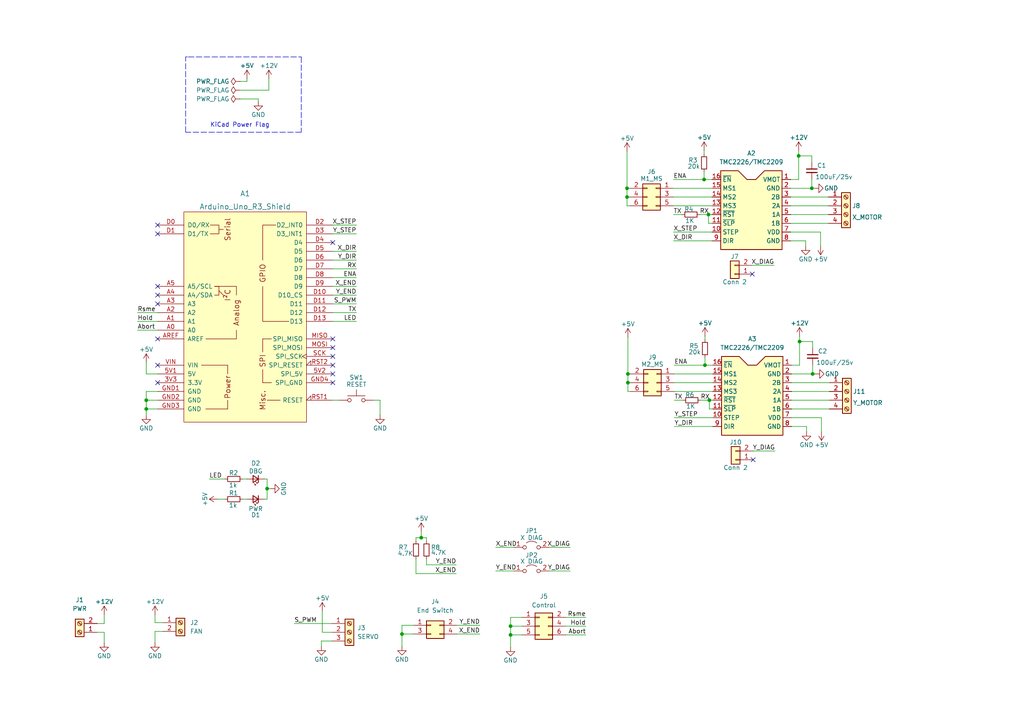
<source format=kicad_sch>
(kicad_sch (version 20211123) (generator eeschema)

  (uuid d3916c19-e735-4b4e-b337-c2c0940ed61e)

  (paper "A4")

  (title_block
    (date "2024-03-04")
    (rev "1.1")
    (company "samisLab")
    (comment 1 "Samiul")
  )

  (lib_symbols
    (symbol "Conn_02x03_Odd_Even_1" (pin_names (offset 1.016) hide) (in_bom yes) (on_board yes)
      (property "Reference" "J5" (id 0) (at 1.27 7.366 0)
        (effects (font (size 1.27 1.27)))
      )
      (property "Value" "Conn_02x03_Odd_Even_1" (id 1) (at 1.27 5.334 0)
        (effects (font (size 1.27 1.27)))
      )
      (property "Footprint" "Connector_PinHeader_2.54mm:PinHeader_2x03_P2.54mm_Vertical" (id 2) (at 0.508 0.254 0)
        (effects (font (size 1.27 1.27)) hide)
      )
      (property "Datasheet" "~" (id 3) (at 0 0 0)
        (effects (font (size 1.27 1.27)) hide)
      )
      (property "ki_keywords" "connector" (id 4) (at 0 0 0)
        (effects (font (size 1.27 1.27)) hide)
      )
      (property "ki_description" "Generic connector, double row, 02x03, odd/even pin numbering scheme (row 1 odd numbers, row 2 even numbers), script generated (kicad-library-utils/schlib/autogen/connector/)" (id 5) (at 0 0 0)
        (effects (font (size 1.27 1.27)) hide)
      )
      (property "ki_fp_filters" "Connector*:*_2x??_*" (id 6) (at 0 0 0)
        (effects (font (size 1.27 1.27)) hide)
      )
      (symbol "Conn_02x03_Odd_Even_1_1_1"
        (rectangle (start -1.27 -2.413) (end 0 -2.667)
          (stroke (width 0.1524) (type default) (color 0 0 0 0))
          (fill (type none))
        )
        (rectangle (start -1.27 0.127) (end 0 -0.127)
          (stroke (width 0.1524) (type default) (color 0 0 0 0))
          (fill (type none))
        )
        (rectangle (start -1.27 2.667) (end 0 2.413)
          (stroke (width 0.1524) (type default) (color 0 0 0 0))
          (fill (type none))
        )
        (rectangle (start -1.27 3.81) (end 3.81 -3.81)
          (stroke (width 0.254) (type default) (color 0 0 0 0))
          (fill (type background))
        )
        (rectangle (start 3.81 -2.413) (end 2.54 -2.667)
          (stroke (width 0.1524) (type default) (color 0 0 0 0))
          (fill (type none))
        )
        (rectangle (start 3.81 0.127) (end 2.54 -0.127)
          (stroke (width 0.1524) (type default) (color 0 0 0 0))
          (fill (type none))
        )
        (rectangle (start 3.81 2.667) (end 2.54 2.413)
          (stroke (width 0.1524) (type default) (color 0 0 0 0))
          (fill (type none))
        )
        (pin passive line (at 7.62 2.54 180) (length 3.81)
          (name "Pin_1" (effects (font (size 1.27 1.27))))
          (number "1" (effects (font (size 1.27 1.27))))
        )
        (pin passive line (at -5.08 2.54 0) (length 3.81)
          (name "Pin_2" (effects (font (size 1.27 1.27))))
          (number "2" (effects (font (size 1.27 1.27))))
        )
        (pin passive line (at 7.62 0 180) (length 3.81)
          (name "Pin_3" (effects (font (size 1.27 1.27))))
          (number "3" (effects (font (size 1.27 1.27))))
        )
        (pin passive line (at -5.08 0 0) (length 3.81)
          (name "Pin_4" (effects (font (size 1.27 1.27))))
          (number "4" (effects (font (size 1.27 1.27))))
        )
        (pin passive line (at 7.62 -2.54 180) (length 3.81)
          (name "Pin_5" (effects (font (size 1.27 1.27))))
          (number "5" (effects (font (size 1.27 1.27))))
        )
        (pin passive line (at -5.08 -2.54 0) (length 3.81)
          (name "Pin_6" (effects (font (size 1.27 1.27))))
          (number "6" (effects (font (size 1.27 1.27))))
        )
      )
    )
    (symbol "Connector:Screw_Terminal_01x02" (pin_names (offset 1.016) hide) (in_bom yes) (on_board yes)
      (property "Reference" "J" (id 0) (at 0 2.54 0)
        (effects (font (size 1.27 1.27)))
      )
      (property "Value" "Screw_Terminal_01x02" (id 1) (at 0 -5.08 0)
        (effects (font (size 1.27 1.27)))
      )
      (property "Footprint" "" (id 2) (at 0 0 0)
        (effects (font (size 1.27 1.27)) hide)
      )
      (property "Datasheet" "~" (id 3) (at 0 0 0)
        (effects (font (size 1.27 1.27)) hide)
      )
      (property "ki_keywords" "screw terminal" (id 4) (at 0 0 0)
        (effects (font (size 1.27 1.27)) hide)
      )
      (property "ki_description" "Generic screw terminal, single row, 01x02, script generated (kicad-library-utils/schlib/autogen/connector/)" (id 5) (at 0 0 0)
        (effects (font (size 1.27 1.27)) hide)
      )
      (property "ki_fp_filters" "TerminalBlock*:*" (id 6) (at 0 0 0)
        (effects (font (size 1.27 1.27)) hide)
      )
      (symbol "Screw_Terminal_01x02_1_1"
        (rectangle (start -1.27 1.27) (end 1.27 -3.81)
          (stroke (width 0.254) (type default) (color 0 0 0 0))
          (fill (type background))
        )
        (circle (center 0 -2.54) (radius 0.635)
          (stroke (width 0.1524) (type default) (color 0 0 0 0))
          (fill (type none))
        )
        (polyline
          (pts
            (xy -0.5334 -2.2098)
            (xy 0.3302 -3.048)
          )
          (stroke (width 0.1524) (type default) (color 0 0 0 0))
          (fill (type none))
        )
        (polyline
          (pts
            (xy -0.5334 0.3302)
            (xy 0.3302 -0.508)
          )
          (stroke (width 0.1524) (type default) (color 0 0 0 0))
          (fill (type none))
        )
        (polyline
          (pts
            (xy -0.3556 -2.032)
            (xy 0.508 -2.8702)
          )
          (stroke (width 0.1524) (type default) (color 0 0 0 0))
          (fill (type none))
        )
        (polyline
          (pts
            (xy -0.3556 0.508)
            (xy 0.508 -0.3302)
          )
          (stroke (width 0.1524) (type default) (color 0 0 0 0))
          (fill (type none))
        )
        (circle (center 0 0) (radius 0.635)
          (stroke (width 0.1524) (type default) (color 0 0 0 0))
          (fill (type none))
        )
        (pin passive line (at -5.08 0 0) (length 3.81)
          (name "Pin_1" (effects (font (size 1.27 1.27))))
          (number "1" (effects (font (size 1.27 1.27))))
        )
        (pin passive line (at -5.08 -2.54 0) (length 3.81)
          (name "Pin_2" (effects (font (size 1.27 1.27))))
          (number "2" (effects (font (size 1.27 1.27))))
        )
      )
    )
    (symbol "Connector:Screw_Terminal_01x03" (pin_names (offset 1.016) hide) (in_bom yes) (on_board yes)
      (property "Reference" "J" (id 0) (at 0 5.08 0)
        (effects (font (size 1.27 1.27)))
      )
      (property "Value" "Screw_Terminal_01x03" (id 1) (at 0 -5.08 0)
        (effects (font (size 1.27 1.27)))
      )
      (property "Footprint" "" (id 2) (at 0 0 0)
        (effects (font (size 1.27 1.27)) hide)
      )
      (property "Datasheet" "~" (id 3) (at 0 0 0)
        (effects (font (size 1.27 1.27)) hide)
      )
      (property "ki_keywords" "screw terminal" (id 4) (at 0 0 0)
        (effects (font (size 1.27 1.27)) hide)
      )
      (property "ki_description" "Generic screw terminal, single row, 01x03, script generated (kicad-library-utils/schlib/autogen/connector/)" (id 5) (at 0 0 0)
        (effects (font (size 1.27 1.27)) hide)
      )
      (property "ki_fp_filters" "TerminalBlock*:*" (id 6) (at 0 0 0)
        (effects (font (size 1.27 1.27)) hide)
      )
      (symbol "Screw_Terminal_01x03_1_1"
        (rectangle (start -1.27 3.81) (end 1.27 -3.81)
          (stroke (width 0.254) (type default) (color 0 0 0 0))
          (fill (type background))
        )
        (circle (center 0 -2.54) (radius 0.635)
          (stroke (width 0.1524) (type default) (color 0 0 0 0))
          (fill (type none))
        )
        (polyline
          (pts
            (xy -0.5334 -2.2098)
            (xy 0.3302 -3.048)
          )
          (stroke (width 0.1524) (type default) (color 0 0 0 0))
          (fill (type none))
        )
        (polyline
          (pts
            (xy -0.5334 0.3302)
            (xy 0.3302 -0.508)
          )
          (stroke (width 0.1524) (type default) (color 0 0 0 0))
          (fill (type none))
        )
        (polyline
          (pts
            (xy -0.5334 2.8702)
            (xy 0.3302 2.032)
          )
          (stroke (width 0.1524) (type default) (color 0 0 0 0))
          (fill (type none))
        )
        (polyline
          (pts
            (xy -0.3556 -2.032)
            (xy 0.508 -2.8702)
          )
          (stroke (width 0.1524) (type default) (color 0 0 0 0))
          (fill (type none))
        )
        (polyline
          (pts
            (xy -0.3556 0.508)
            (xy 0.508 -0.3302)
          )
          (stroke (width 0.1524) (type default) (color 0 0 0 0))
          (fill (type none))
        )
        (polyline
          (pts
            (xy -0.3556 3.048)
            (xy 0.508 2.2098)
          )
          (stroke (width 0.1524) (type default) (color 0 0 0 0))
          (fill (type none))
        )
        (circle (center 0 0) (radius 0.635)
          (stroke (width 0.1524) (type default) (color 0 0 0 0))
          (fill (type none))
        )
        (circle (center 0 2.54) (radius 0.635)
          (stroke (width 0.1524) (type default) (color 0 0 0 0))
          (fill (type none))
        )
        (pin passive line (at -5.08 2.54 0) (length 3.81)
          (name "Pin_1" (effects (font (size 1.27 1.27))))
          (number "1" (effects (font (size 1.27 1.27))))
        )
        (pin passive line (at -5.08 0 0) (length 3.81)
          (name "Pin_2" (effects (font (size 1.27 1.27))))
          (number "2" (effects (font (size 1.27 1.27))))
        )
        (pin passive line (at -5.08 -2.54 0) (length 3.81)
          (name "Pin_3" (effects (font (size 1.27 1.27))))
          (number "3" (effects (font (size 1.27 1.27))))
        )
      )
    )
    (symbol "Connector:Screw_Terminal_01x04" (pin_names (offset 1.016) hide) (in_bom yes) (on_board yes)
      (property "Reference" "J" (id 0) (at 0 5.08 0)
        (effects (font (size 1.27 1.27)))
      )
      (property "Value" "Screw_Terminal_01x04" (id 1) (at 0 -7.62 0)
        (effects (font (size 1.27 1.27)))
      )
      (property "Footprint" "" (id 2) (at 0 0 0)
        (effects (font (size 1.27 1.27)) hide)
      )
      (property "Datasheet" "~" (id 3) (at 0 0 0)
        (effects (font (size 1.27 1.27)) hide)
      )
      (property "ki_keywords" "screw terminal" (id 4) (at 0 0 0)
        (effects (font (size 1.27 1.27)) hide)
      )
      (property "ki_description" "Generic screw terminal, single row, 01x04, script generated (kicad-library-utils/schlib/autogen/connector/)" (id 5) (at 0 0 0)
        (effects (font (size 1.27 1.27)) hide)
      )
      (property "ki_fp_filters" "TerminalBlock*:*" (id 6) (at 0 0 0)
        (effects (font (size 1.27 1.27)) hide)
      )
      (symbol "Screw_Terminal_01x04_1_1"
        (rectangle (start -1.27 3.81) (end 1.27 -6.35)
          (stroke (width 0.254) (type default) (color 0 0 0 0))
          (fill (type background))
        )
        (circle (center 0 -5.08) (radius 0.635)
          (stroke (width 0.1524) (type default) (color 0 0 0 0))
          (fill (type none))
        )
        (circle (center 0 -2.54) (radius 0.635)
          (stroke (width 0.1524) (type default) (color 0 0 0 0))
          (fill (type none))
        )
        (polyline
          (pts
            (xy -0.5334 -4.7498)
            (xy 0.3302 -5.588)
          )
          (stroke (width 0.1524) (type default) (color 0 0 0 0))
          (fill (type none))
        )
        (polyline
          (pts
            (xy -0.5334 -2.2098)
            (xy 0.3302 -3.048)
          )
          (stroke (width 0.1524) (type default) (color 0 0 0 0))
          (fill (type none))
        )
        (polyline
          (pts
            (xy -0.5334 0.3302)
            (xy 0.3302 -0.508)
          )
          (stroke (width 0.1524) (type default) (color 0 0 0 0))
          (fill (type none))
        )
        (polyline
          (pts
            (xy -0.5334 2.8702)
            (xy 0.3302 2.032)
          )
          (stroke (width 0.1524) (type default) (color 0 0 0 0))
          (fill (type none))
        )
        (polyline
          (pts
            (xy -0.3556 -4.572)
            (xy 0.508 -5.4102)
          )
          (stroke (width 0.1524) (type default) (color 0 0 0 0))
          (fill (type none))
        )
        (polyline
          (pts
            (xy -0.3556 -2.032)
            (xy 0.508 -2.8702)
          )
          (stroke (width 0.1524) (type default) (color 0 0 0 0))
          (fill (type none))
        )
        (polyline
          (pts
            (xy -0.3556 0.508)
            (xy 0.508 -0.3302)
          )
          (stroke (width 0.1524) (type default) (color 0 0 0 0))
          (fill (type none))
        )
        (polyline
          (pts
            (xy -0.3556 3.048)
            (xy 0.508 2.2098)
          )
          (stroke (width 0.1524) (type default) (color 0 0 0 0))
          (fill (type none))
        )
        (circle (center 0 0) (radius 0.635)
          (stroke (width 0.1524) (type default) (color 0 0 0 0))
          (fill (type none))
        )
        (circle (center 0 2.54) (radius 0.635)
          (stroke (width 0.1524) (type default) (color 0 0 0 0))
          (fill (type none))
        )
        (pin passive line (at -5.08 2.54 0) (length 3.81)
          (name "Pin_1" (effects (font (size 1.27 1.27))))
          (number "1" (effects (font (size 1.27 1.27))))
        )
        (pin passive line (at -5.08 0 0) (length 3.81)
          (name "Pin_2" (effects (font (size 1.27 1.27))))
          (number "2" (effects (font (size 1.27 1.27))))
        )
        (pin passive line (at -5.08 -2.54 0) (length 3.81)
          (name "Pin_3" (effects (font (size 1.27 1.27))))
          (number "3" (effects (font (size 1.27 1.27))))
        )
        (pin passive line (at -5.08 -5.08 0) (length 3.81)
          (name "Pin_4" (effects (font (size 1.27 1.27))))
          (number "4" (effects (font (size 1.27 1.27))))
        )
      )
    )
    (symbol "Connector_Generic:Conn_01x02" (pin_names (offset 1.016) hide) (in_bom yes) (on_board yes)
      (property "Reference" "J" (id 0) (at 0 2.54 0)
        (effects (font (size 1.27 1.27)))
      )
      (property "Value" "Conn_01x02" (id 1) (at 0 -5.08 0)
        (effects (font (size 1.27 1.27)))
      )
      (property "Footprint" "" (id 2) (at 0 0 0)
        (effects (font (size 1.27 1.27)) hide)
      )
      (property "Datasheet" "~" (id 3) (at 0 0 0)
        (effects (font (size 1.27 1.27)) hide)
      )
      (property "ki_keywords" "connector" (id 4) (at 0 0 0)
        (effects (font (size 1.27 1.27)) hide)
      )
      (property "ki_description" "Generic connector, single row, 01x02, script generated (kicad-library-utils/schlib/autogen/connector/)" (id 5) (at 0 0 0)
        (effects (font (size 1.27 1.27)) hide)
      )
      (property "ki_fp_filters" "Connector*:*_1x??_*" (id 6) (at 0 0 0)
        (effects (font (size 1.27 1.27)) hide)
      )
      (symbol "Conn_01x02_1_1"
        (rectangle (start -1.27 -2.413) (end 0 -2.667)
          (stroke (width 0.1524) (type default) (color 0 0 0 0))
          (fill (type none))
        )
        (rectangle (start -1.27 0.127) (end 0 -0.127)
          (stroke (width 0.1524) (type default) (color 0 0 0 0))
          (fill (type none))
        )
        (rectangle (start -1.27 1.27) (end 1.27 -3.81)
          (stroke (width 0.254) (type default) (color 0 0 0 0))
          (fill (type background))
        )
        (pin passive line (at -5.08 0 0) (length 3.81)
          (name "Pin_1" (effects (font (size 1.27 1.27))))
          (number "1" (effects (font (size 1.27 1.27))))
        )
        (pin passive line (at -5.08 -2.54 0) (length 3.81)
          (name "Pin_2" (effects (font (size 1.27 1.27))))
          (number "2" (effects (font (size 1.27 1.27))))
        )
      )
    )
    (symbol "Connector_Generic:Conn_02x02_Odd_Even" (pin_names (offset 1.016) hide) (in_bom yes) (on_board yes)
      (property "Reference" "J" (id 0) (at 1.27 2.54 0)
        (effects (font (size 1.27 1.27)))
      )
      (property "Value" "Conn_02x02_Odd_Even" (id 1) (at 1.27 -5.08 0)
        (effects (font (size 1.27 1.27)))
      )
      (property "Footprint" "" (id 2) (at 0 0 0)
        (effects (font (size 1.27 1.27)) hide)
      )
      (property "Datasheet" "~" (id 3) (at 0 0 0)
        (effects (font (size 1.27 1.27)) hide)
      )
      (property "ki_keywords" "connector" (id 4) (at 0 0 0)
        (effects (font (size 1.27 1.27)) hide)
      )
      (property "ki_description" "Generic connector, double row, 02x02, odd/even pin numbering scheme (row 1 odd numbers, row 2 even numbers), script generated (kicad-library-utils/schlib/autogen/connector/)" (id 5) (at 0 0 0)
        (effects (font (size 1.27 1.27)) hide)
      )
      (property "ki_fp_filters" "Connector*:*_2x??_*" (id 6) (at 0 0 0)
        (effects (font (size 1.27 1.27)) hide)
      )
      (symbol "Conn_02x02_Odd_Even_1_1"
        (rectangle (start -1.27 -2.413) (end 0 -2.667)
          (stroke (width 0.1524) (type default) (color 0 0 0 0))
          (fill (type none))
        )
        (rectangle (start -1.27 0.127) (end 0 -0.127)
          (stroke (width 0.1524) (type default) (color 0 0 0 0))
          (fill (type none))
        )
        (rectangle (start -1.27 1.27) (end 3.81 -3.81)
          (stroke (width 0.254) (type default) (color 0 0 0 0))
          (fill (type background))
        )
        (rectangle (start 3.81 -2.413) (end 2.54 -2.667)
          (stroke (width 0.1524) (type default) (color 0 0 0 0))
          (fill (type none))
        )
        (rectangle (start 3.81 0.127) (end 2.54 -0.127)
          (stroke (width 0.1524) (type default) (color 0 0 0 0))
          (fill (type none))
        )
        (pin passive line (at -5.08 0 0) (length 3.81)
          (name "Pin_1" (effects (font (size 1.27 1.27))))
          (number "1" (effects (font (size 1.27 1.27))))
        )
        (pin passive line (at 7.62 0 180) (length 3.81)
          (name "Pin_2" (effects (font (size 1.27 1.27))))
          (number "2" (effects (font (size 1.27 1.27))))
        )
        (pin passive line (at -5.08 -2.54 0) (length 3.81)
          (name "Pin_3" (effects (font (size 1.27 1.27))))
          (number "3" (effects (font (size 1.27 1.27))))
        )
        (pin passive line (at 7.62 -2.54 180) (length 3.81)
          (name "Pin_4" (effects (font (size 1.27 1.27))))
          (number "4" (effects (font (size 1.27 1.27))))
        )
      )
    )
    (symbol "Connector_Generic:Conn_02x03_Odd_Even" (pin_names (offset 1.016) hide) (in_bom yes) (on_board yes)
      (property "Reference" "J" (id 0) (at 1.27 5.08 0)
        (effects (font (size 1.27 1.27)))
      )
      (property "Value" "Conn_02x03_Odd_Even" (id 1) (at 1.27 -5.08 0)
        (effects (font (size 1.27 1.27)))
      )
      (property "Footprint" "" (id 2) (at 0 0 0)
        (effects (font (size 1.27 1.27)) hide)
      )
      (property "Datasheet" "~" (id 3) (at 0 0 0)
        (effects (font (size 1.27 1.27)) hide)
      )
      (property "ki_keywords" "connector" (id 4) (at 0 0 0)
        (effects (font (size 1.27 1.27)) hide)
      )
      (property "ki_description" "Generic connector, double row, 02x03, odd/even pin numbering scheme (row 1 odd numbers, row 2 even numbers), script generated (kicad-library-utils/schlib/autogen/connector/)" (id 5) (at 0 0 0)
        (effects (font (size 1.27 1.27)) hide)
      )
      (property "ki_fp_filters" "Connector*:*_2x??_*" (id 6) (at 0 0 0)
        (effects (font (size 1.27 1.27)) hide)
      )
      (symbol "Conn_02x03_Odd_Even_1_1"
        (rectangle (start -1.27 -2.413) (end 0 -2.667)
          (stroke (width 0.1524) (type default) (color 0 0 0 0))
          (fill (type none))
        )
        (rectangle (start -1.27 0.127) (end 0 -0.127)
          (stroke (width 0.1524) (type default) (color 0 0 0 0))
          (fill (type none))
        )
        (rectangle (start -1.27 2.667) (end 0 2.413)
          (stroke (width 0.1524) (type default) (color 0 0 0 0))
          (fill (type none))
        )
        (rectangle (start -1.27 3.81) (end 3.81 -3.81)
          (stroke (width 0.254) (type default) (color 0 0 0 0))
          (fill (type background))
        )
        (rectangle (start 3.81 -2.413) (end 2.54 -2.667)
          (stroke (width 0.1524) (type default) (color 0 0 0 0))
          (fill (type none))
        )
        (rectangle (start 3.81 0.127) (end 2.54 -0.127)
          (stroke (width 0.1524) (type default) (color 0 0 0 0))
          (fill (type none))
        )
        (rectangle (start 3.81 2.667) (end 2.54 2.413)
          (stroke (width 0.1524) (type default) (color 0 0 0 0))
          (fill (type none))
        )
        (pin passive line (at -5.08 2.54 0) (length 3.81)
          (name "Pin_1" (effects (font (size 1.27 1.27))))
          (number "1" (effects (font (size 1.27 1.27))))
        )
        (pin passive line (at 7.62 2.54 180) (length 3.81)
          (name "Pin_2" (effects (font (size 1.27 1.27))))
          (number "2" (effects (font (size 1.27 1.27))))
        )
        (pin passive line (at -5.08 0 0) (length 3.81)
          (name "Pin_3" (effects (font (size 1.27 1.27))))
          (number "3" (effects (font (size 1.27 1.27))))
        )
        (pin passive line (at 7.62 0 180) (length 3.81)
          (name "Pin_4" (effects (font (size 1.27 1.27))))
          (number "4" (effects (font (size 1.27 1.27))))
        )
        (pin passive line (at -5.08 -2.54 0) (length 3.81)
          (name "Pin_5" (effects (font (size 1.27 1.27))))
          (number "5" (effects (font (size 1.27 1.27))))
        )
        (pin passive line (at 7.62 -2.54 180) (length 3.81)
          (name "Pin_6" (effects (font (size 1.27 1.27))))
          (number "6" (effects (font (size 1.27 1.27))))
        )
      )
    )
    (symbol "Device:C_Small" (pin_numbers hide) (pin_names (offset 0.254) hide) (in_bom yes) (on_board yes)
      (property "Reference" "C" (id 0) (at 0.254 1.778 0)
        (effects (font (size 1.27 1.27)) (justify left))
      )
      (property "Value" "C_Small" (id 1) (at 0.254 -2.032 0)
        (effects (font (size 1.27 1.27)) (justify left))
      )
      (property "Footprint" "" (id 2) (at 0 0 0)
        (effects (font (size 1.27 1.27)) hide)
      )
      (property "Datasheet" "~" (id 3) (at 0 0 0)
        (effects (font (size 1.27 1.27)) hide)
      )
      (property "ki_keywords" "capacitor cap" (id 4) (at 0 0 0)
        (effects (font (size 1.27 1.27)) hide)
      )
      (property "ki_description" "Unpolarized capacitor, small symbol" (id 5) (at 0 0 0)
        (effects (font (size 1.27 1.27)) hide)
      )
      (property "ki_fp_filters" "C_*" (id 6) (at 0 0 0)
        (effects (font (size 1.27 1.27)) hide)
      )
      (symbol "C_Small_0_1"
        (polyline
          (pts
            (xy -1.524 -0.508)
            (xy 1.524 -0.508)
          )
          (stroke (width 0.3302) (type default) (color 0 0 0 0))
          (fill (type none))
        )
        (polyline
          (pts
            (xy -1.524 0.508)
            (xy 1.524 0.508)
          )
          (stroke (width 0.3048) (type default) (color 0 0 0 0))
          (fill (type none))
        )
      )
      (symbol "C_Small_1_1"
        (pin passive line (at 0 2.54 270) (length 2.032)
          (name "~" (effects (font (size 1.27 1.27))))
          (number "1" (effects (font (size 1.27 1.27))))
        )
        (pin passive line (at 0 -2.54 90) (length 2.032)
          (name "~" (effects (font (size 1.27 1.27))))
          (number "2" (effects (font (size 1.27 1.27))))
        )
      )
    )
    (symbol "Device:LED_Small" (pin_numbers hide) (pin_names (offset 0.254) hide) (in_bom yes) (on_board yes)
      (property "Reference" "D" (id 0) (at -1.27 3.175 0)
        (effects (font (size 1.27 1.27)) (justify left))
      )
      (property "Value" "LED_Small" (id 1) (at -4.445 -2.54 0)
        (effects (font (size 1.27 1.27)) (justify left))
      )
      (property "Footprint" "" (id 2) (at 0 0 90)
        (effects (font (size 1.27 1.27)) hide)
      )
      (property "Datasheet" "~" (id 3) (at 0 0 90)
        (effects (font (size 1.27 1.27)) hide)
      )
      (property "ki_keywords" "LED diode light-emitting-diode" (id 4) (at 0 0 0)
        (effects (font (size 1.27 1.27)) hide)
      )
      (property "ki_description" "Light emitting diode, small symbol" (id 5) (at 0 0 0)
        (effects (font (size 1.27 1.27)) hide)
      )
      (property "ki_fp_filters" "LED* LED_SMD:* LED_THT:*" (id 6) (at 0 0 0)
        (effects (font (size 1.27 1.27)) hide)
      )
      (symbol "LED_Small_0_1"
        (polyline
          (pts
            (xy -0.762 -1.016)
            (xy -0.762 1.016)
          )
          (stroke (width 0.254) (type default) (color 0 0 0 0))
          (fill (type none))
        )
        (polyline
          (pts
            (xy 1.016 0)
            (xy -0.762 0)
          )
          (stroke (width 0) (type default) (color 0 0 0 0))
          (fill (type none))
        )
        (polyline
          (pts
            (xy 0.762 -1.016)
            (xy -0.762 0)
            (xy 0.762 1.016)
            (xy 0.762 -1.016)
          )
          (stroke (width 0.254) (type default) (color 0 0 0 0))
          (fill (type none))
        )
        (polyline
          (pts
            (xy 0 0.762)
            (xy -0.508 1.27)
            (xy -0.254 1.27)
            (xy -0.508 1.27)
            (xy -0.508 1.016)
          )
          (stroke (width 0) (type default) (color 0 0 0 0))
          (fill (type none))
        )
        (polyline
          (pts
            (xy 0.508 1.27)
            (xy 0 1.778)
            (xy 0.254 1.778)
            (xy 0 1.778)
            (xy 0 1.524)
          )
          (stroke (width 0) (type default) (color 0 0 0 0))
          (fill (type none))
        )
      )
      (symbol "LED_Small_1_1"
        (pin passive line (at -2.54 0 0) (length 1.778)
          (name "K" (effects (font (size 1.27 1.27))))
          (number "1" (effects (font (size 1.27 1.27))))
        )
        (pin passive line (at 2.54 0 180) (length 1.778)
          (name "A" (effects (font (size 1.27 1.27))))
          (number "2" (effects (font (size 1.27 1.27))))
        )
      )
    )
    (symbol "Device:R_Small" (pin_numbers hide) (pin_names (offset 0.254) hide) (in_bom yes) (on_board yes)
      (property "Reference" "R" (id 0) (at 0.762 0.508 0)
        (effects (font (size 1.27 1.27)) (justify left))
      )
      (property "Value" "R_Small" (id 1) (at 0.762 -1.016 0)
        (effects (font (size 1.27 1.27)) (justify left))
      )
      (property "Footprint" "" (id 2) (at 0 0 0)
        (effects (font (size 1.27 1.27)) hide)
      )
      (property "Datasheet" "~" (id 3) (at 0 0 0)
        (effects (font (size 1.27 1.27)) hide)
      )
      (property "ki_keywords" "R resistor" (id 4) (at 0 0 0)
        (effects (font (size 1.27 1.27)) hide)
      )
      (property "ki_description" "Resistor, small symbol" (id 5) (at 0 0 0)
        (effects (font (size 1.27 1.27)) hide)
      )
      (property "ki_fp_filters" "R_*" (id 6) (at 0 0 0)
        (effects (font (size 1.27 1.27)) hide)
      )
      (symbol "R_Small_0_1"
        (rectangle (start -0.762 1.778) (end 0.762 -1.778)
          (stroke (width 0.2032) (type default) (color 0 0 0 0))
          (fill (type none))
        )
      )
      (symbol "R_Small_1_1"
        (pin passive line (at 0 2.54 270) (length 0.762)
          (name "~" (effects (font (size 1.27 1.27))))
          (number "1" (effects (font (size 1.27 1.27))))
        )
        (pin passive line (at 0 -2.54 90) (length 0.762)
          (name "~" (effects (font (size 1.27 1.27))))
          (number "2" (effects (font (size 1.27 1.27))))
        )
      )
    )
    (symbol "EG2133:GND" (power) (pin_names (offset 0)) (in_bom yes) (on_board yes)
      (property "Reference" "#PWR" (id 0) (at 0 -6.35 0)
        (effects (font (size 1.27 1.27)) hide)
      )
      (property "Value" "GND" (id 1) (at 0 -3.81 0)
        (effects (font (size 1.27 1.27)))
      )
      (property "Footprint" "" (id 2) (at 0 0 0)
        (effects (font (size 1.524 1.524)))
      )
      (property "Datasheet" "" (id 3) (at 0 0 0)
        (effects (font (size 1.524 1.524)))
      )
      (symbol "GND_0_1"
        (polyline
          (pts
            (xy 0 0)
            (xy 0 -1.27)
            (xy 1.27 -1.27)
            (xy 0 -2.54)
            (xy -1.27 -1.27)
            (xy 0 -1.27)
          )
          (stroke (width 0) (type default) (color 0 0 0 0))
          (fill (type none))
        )
      )
      (symbol "GND_1_1"
        (pin power_in line (at 0 0 270) (length 0) hide
          (name "GND" (effects (font (size 1.27 1.27))))
          (number "1" (effects (font (size 1.27 1.27))))
        )
      )
    )
    (symbol "Jumper:Jumper_2_Open" (pin_names (offset 0) hide) (in_bom yes) (on_board yes)
      (property "Reference" "JP" (id 0) (at 0 2.794 0)
        (effects (font (size 1.27 1.27)))
      )
      (property "Value" "Jumper_2_Open" (id 1) (at 0 -2.286 0)
        (effects (font (size 1.27 1.27)))
      )
      (property "Footprint" "" (id 2) (at 0 0 0)
        (effects (font (size 1.27 1.27)) hide)
      )
      (property "Datasheet" "~" (id 3) (at 0 0 0)
        (effects (font (size 1.27 1.27)) hide)
      )
      (property "ki_keywords" "Jumper SPST" (id 4) (at 0 0 0)
        (effects (font (size 1.27 1.27)) hide)
      )
      (property "ki_description" "Jumper, 2-pole, open" (id 5) (at 0 0 0)
        (effects (font (size 1.27 1.27)) hide)
      )
      (property "ki_fp_filters" "Jumper* TestPoint*2Pads* TestPoint*Bridge*" (id 6) (at 0 0 0)
        (effects (font (size 1.27 1.27)) hide)
      )
      (symbol "Jumper_2_Open_0_0"
        (circle (center -2.032 0) (radius 0.508)
          (stroke (width 0) (type default) (color 0 0 0 0))
          (fill (type none))
        )
        (circle (center 2.032 0) (radius 0.508)
          (stroke (width 0) (type default) (color 0 0 0 0))
          (fill (type none))
        )
      )
      (symbol "Jumper_2_Open_0_1"
        (arc (start 1.524 1.27) (mid 0 1.778) (end -1.524 1.27)
          (stroke (width 0) (type default) (color 0 0 0 0))
          (fill (type none))
        )
      )
      (symbol "Jumper_2_Open_1_1"
        (pin passive line (at -5.08 0 0) (length 2.54)
          (name "A" (effects (font (size 1.27 1.27))))
          (number "1" (effects (font (size 1.27 1.27))))
        )
        (pin passive line (at 5.08 0 180) (length 2.54)
          (name "B" (effects (font (size 1.27 1.27))))
          (number "2" (effects (font (size 1.27 1.27))))
        )
      )
    )
    (symbol "POLOLU_A4988:Pololu_Breakout_A4988-V2" (in_bom yes) (on_board yes)
      (property "Reference" "A?" (id 0) (at 0 15.24 0)
        (effects (font (size 1.27 1.27)) (justify left))
      )
      (property "Value" "Pololu_Breakout_A4988-V2" (id 1) (at -10.16 12.7 0)
        (effects (font (size 1.27 1.27)) (justify left))
      )
      (property "Footprint" "Module:Pololu_Breakout-16_15.2x20.3mm" (id 2) (at -17.78 -15.24 0)
        (effects (font (size 1.27 1.27)) (justify left) hide)
      )
      (property "Datasheet" "https://www.pololu.com/product/2980/pictures" (id 3) (at 5.08 -17.78 0)
        (effects (font (size 1.27 1.27)) hide)
      )
      (property "ki_keywords" "Pololu Breakout Board Stepper Driver A4988" (id 4) (at 0 0 0)
        (effects (font (size 1.27 1.27)) hide)
      )
      (property "ki_description" "Pololu Breakout Board, Stepper Driver A4988" (id 5) (at 0 0 0)
        (effects (font (size 1.27 1.27)) hide)
      )
      (property "ki_fp_filters" "Pololu*Breakout*15.2x20.3mm*" (id 6) (at 0 0 0)
        (effects (font (size 1.27 1.27)) hide)
      )
      (symbol "Pololu_Breakout_A4988-V2_0_1"
        (polyline
          (pts
            (xy 5.08 10.16)
            (xy 2.54 7.62)
            (xy 0 7.62)
            (xy -2.54 10.16)
            (xy -7.62 10.16)
            (xy -7.62 -12.7)
            (xy 10.16 -12.7)
            (xy 10.16 10.16)
            (xy 5.08 10.16)
          )
          (stroke (width 0.254) (type default) (color 0 0 0 0))
          (fill (type background))
        )
      )
      (symbol "Pololu_Breakout_A4988-V2_1_1"
        (pin power_in line (at 12.7 7.62 180) (length 2.54)
          (name "VMOT" (effects (font (size 1.27 1.27))))
          (number "1" (effects (font (size 1.27 1.27))))
        )
        (pin input line (at -10.16 -7.62 0) (length 2.54)
          (name "STEP" (effects (font (size 1.27 1.27))))
          (number "10" (effects (font (size 1.27 1.27))))
        )
        (pin input line (at -10.16 -5.08 0) (length 2.54)
          (name "~{SLP}" (effects (font (size 1.27 1.27))))
          (number "11" (effects (font (size 1.27 1.27))))
        )
        (pin input line (at -10.16 -2.54 0) (length 2.54)
          (name "~{RST}" (effects (font (size 1.27 1.27))))
          (number "12" (effects (font (size 1.27 1.27))))
        )
        (pin input line (at -10.16 0 0) (length 2.54)
          (name "MS3" (effects (font (size 1.27 1.27))))
          (number "13" (effects (font (size 1.27 1.27))))
        )
        (pin input line (at -10.16 2.54 0) (length 2.54)
          (name "MS2" (effects (font (size 1.27 1.27))))
          (number "14" (effects (font (size 1.27 1.27))))
        )
        (pin input line (at -10.16 5.08 0) (length 2.54)
          (name "MS1" (effects (font (size 1.27 1.27))))
          (number "15" (effects (font (size 1.27 1.27))))
        )
        (pin input line (at -10.16 7.62 0) (length 2.54)
          (name "~{EN}" (effects (font (size 1.27 1.27))))
          (number "16" (effects (font (size 1.27 1.27))))
        )
        (pin power_in line (at 12.7 5.08 180) (length 2.54)
          (name "GND" (effects (font (size 1.27 1.27))))
          (number "2" (effects (font (size 1.27 1.27))))
        )
        (pin output line (at 12.7 2.54 180) (length 2.54)
          (name "2B" (effects (font (size 1.27 1.27))))
          (number "3" (effects (font (size 1.27 1.27))))
        )
        (pin output line (at 12.7 0 180) (length 2.54)
          (name "2A" (effects (font (size 1.27 1.27))))
          (number "4" (effects (font (size 1.27 1.27))))
        )
        (pin output line (at 12.7 -2.54 180) (length 2.54)
          (name "1A" (effects (font (size 1.27 1.27))))
          (number "5" (effects (font (size 1.27 1.27))))
        )
        (pin output line (at 12.7 -5.08 180) (length 2.54)
          (name "1B" (effects (font (size 1.27 1.27))))
          (number "6" (effects (font (size 1.27 1.27))))
        )
        (pin power_in line (at 12.7 -7.62 180) (length 2.54)
          (name "VDD" (effects (font (size 1.27 1.27))))
          (number "7" (effects (font (size 1.27 1.27))))
        )
        (pin power_in line (at 12.7 -10.16 180) (length 2.54)
          (name "GND" (effects (font (size 1.27 1.27))))
          (number "8" (effects (font (size 1.27 1.27))))
        )
        (pin input line (at -10.16 -10.16 0) (length 2.54)
          (name "DIR" (effects (font (size 1.27 1.27))))
          (number "9" (effects (font (size 1.27 1.27))))
        )
      )
    )
    (symbol "Switch:SW_Push" (pin_numbers hide) (pin_names (offset 1.016) hide) (in_bom yes) (on_board yes)
      (property "Reference" "SW" (id 0) (at 1.27 2.54 0)
        (effects (font (size 1.27 1.27)) (justify left))
      )
      (property "Value" "SW_Push" (id 1) (at 0 -1.524 0)
        (effects (font (size 1.27 1.27)))
      )
      (property "Footprint" "" (id 2) (at 0 5.08 0)
        (effects (font (size 1.27 1.27)) hide)
      )
      (property "Datasheet" "~" (id 3) (at 0 5.08 0)
        (effects (font (size 1.27 1.27)) hide)
      )
      (property "ki_keywords" "switch normally-open pushbutton push-button" (id 4) (at 0 0 0)
        (effects (font (size 1.27 1.27)) hide)
      )
      (property "ki_description" "Push button switch, generic, two pins" (id 5) (at 0 0 0)
        (effects (font (size 1.27 1.27)) hide)
      )
      (symbol "SW_Push_0_1"
        (circle (center -2.032 0) (radius 0.508)
          (stroke (width 0) (type default) (color 0 0 0 0))
          (fill (type none))
        )
        (polyline
          (pts
            (xy 0 1.27)
            (xy 0 3.048)
          )
          (stroke (width 0) (type default) (color 0 0 0 0))
          (fill (type none))
        )
        (polyline
          (pts
            (xy 2.54 1.27)
            (xy -2.54 1.27)
          )
          (stroke (width 0) (type default) (color 0 0 0 0))
          (fill (type none))
        )
        (circle (center 2.032 0) (radius 0.508)
          (stroke (width 0) (type default) (color 0 0 0 0))
          (fill (type none))
        )
        (pin passive line (at -5.08 0 0) (length 2.54)
          (name "1" (effects (font (size 1.27 1.27))))
          (number "1" (effects (font (size 1.27 1.27))))
        )
        (pin passive line (at 5.08 0 180) (length 2.54)
          (name "2" (effects (font (size 1.27 1.27))))
          (number "2" (effects (font (size 1.27 1.27))))
        )
      )
    )
    (symbol "arduino-library:Arduino_Uno_R2_Shield" (pin_names (offset 1.016)) (in_bom yes) (on_board yes)
      (property "Reference" "A1" (id 0) (at 0 35.814 0)
        (effects (font (size 1.524 1.524)))
      )
      (property "Value" "Arduino_Uno_R3_Shield" (id 1) (at 0 32.004 0)
        (effects (font (size 1.524 1.524)))
      )
      (property "Footprint" "arduino-library:Arduino_Uno_Socket" (id 2) (at 0 -38.1 0)
        (effects (font (size 1.524 1.524)) hide)
      )
      (property "Datasheet" "https://startingelectronics.org/articles/arduino/uno-r3-r2-differences/" (id 3) (at 0 -34.29 0)
        (effects (font (size 1.524 1.524)) hide)
      )
      (property "ki_keywords" "Arduino MPU Shield" (id 4) (at 0 0 0)
        (effects (font (size 1.27 1.27)) hide)
      )
      (property "ki_description" "Shield for Arduino Uno R2" (id 5) (at 0 0 0)
        (effects (font (size 1.27 1.27)) hide)
      )
      (property "ki_fp_filters" "Arduino_Uno_R2_Shield" (id 6) (at 0 0 0)
        (effects (font (size 1.27 1.27)) hide)
      )
      (symbol "Arduino_Uno_R2_Shield_0_0"
        (rectangle (start -17.78 30.48) (end 17.78 -30.48)
          (stroke (width 0) (type default) (color 0 0 0 0))
          (fill (type background))
        )
        (rectangle (start -12.7 -13.97) (end -5.08 -13.97)
          (stroke (width 0) (type default) (color 0 0 0 0))
          (fill (type none))
        )
        (rectangle (start -11.43 -26.67) (end -5.08 -26.67)
          (stroke (width 0) (type default) (color 0 0 0 0))
          (fill (type none))
        )
        (polyline
          (pts
            (xy -7.62 7.62)
            (xy -6.35 6.35)
          )
          (stroke (width 0) (type default) (color 0 0 0 0))
          (fill (type none))
        )
        (polyline
          (pts
            (xy -7.62 25.4)
            (xy -6.35 25.4)
          )
          (stroke (width 0) (type default) (color 0 0 0 0))
          (fill (type none))
        )
        (polyline
          (pts
            (xy -5.08 -26.67)
            (xy -5.08 -24.13)
          )
          (stroke (width 0) (type default) (color 0 0 0 0))
          (fill (type none))
        )
        (polyline
          (pts
            (xy -5.08 -15.24)
            (xy -5.08 -16.51)
          )
          (stroke (width 0) (type default) (color 0 0 0 0))
          (fill (type none))
        )
        (polyline
          (pts
            (xy -5.08 -13.97)
            (xy -5.08 -15.24)
          )
          (stroke (width 0) (type default) (color 0 0 0 0))
          (fill (type none))
        )
        (polyline
          (pts
            (xy -2.54 -3.81)
            (xy -2.54 -6.35)
            (xy -11.43 -6.35)
          )
          (stroke (width 0) (type default) (color 0 0 0 0))
          (fill (type none))
        )
        (polyline
          (pts
            (xy -2.54 6.35)
            (xy -2.54 8.89)
            (xy -8.89 8.89)
          )
          (stroke (width 0) (type default) (color 0 0 0 0))
          (fill (type none))
        )
        (polyline
          (pts
            (xy 5.08 8.89)
            (xy 5.08 -1.27)
            (xy 12.7 -1.27)
          )
          (stroke (width 0) (type default) (color 0 0 0 0))
          (fill (type none))
        )
        (polyline
          (pts
            (xy 5.08 16.51)
            (xy 5.08 26.67)
            (xy 8.89 26.67)
          )
          (stroke (width 0) (type default) (color 0 0 0 0))
          (fill (type none))
        )
        (polyline
          (pts
            (xy -10.16 26.67)
            (xy -7.62 26.67)
            (xy -7.62 24.13)
            (xy -10.16 24.13)
          )
          (stroke (width 0) (type default) (color 0 0 0 0))
          (fill (type none))
        )
        (polyline
          (pts
            (xy -8.89 8.89)
            (xy -7.62 8.89)
            (xy -7.62 6.35)
            (xy -8.89 6.35)
          )
          (stroke (width 0) (type default) (color 0 0 0 0))
          (fill (type none))
        )
        (rectangle (start 5.08 -19.05) (end 5.08 -15.24)
          (stroke (width 0) (type default) (color 0 0 0 0))
          (fill (type none))
        )
        (rectangle (start 5.08 -19.05) (end 7.62 -19.05)
          (stroke (width 0) (type default) (color 0 0 0 0))
          (fill (type none))
        )
        (rectangle (start 5.08 -10.16) (end 5.08 -6.35)
          (stroke (width 0) (type default) (color 0 0 0 0))
          (fill (type none))
        )
        (rectangle (start 6.35 -24.13) (end 10.16 -24.13)
          (stroke (width 0) (type default) (color 0 0 0 0))
          (fill (type none))
        )
        (rectangle (start 7.62 -6.35) (end 5.08 -6.35)
          (stroke (width 0) (type default) (color 0 0 0 0))
          (fill (type none))
        )
        (text "Analog" (at -2.54 1.27 900)
          (effects (font (size 1.524 1.524)))
        )
        (text "I²C" (at -5.08 6.35 900)
          (effects (font (size 1.524 1.524)))
        )
        (text "Misc." (at 5.08 -24.13 900)
          (effects (font (size 1.524 1.524)))
        )
        (text "Power" (at -5.08 -20.32 900)
          (effects (font (size 1.524 1.524)))
        )
        (text "Serial" (at -5.08 25.4 900)
          (effects (font (size 1.524 1.524)))
        )
        (text "SPI" (at 5.08 -12.7 900)
          (effects (font (size 1.524 1.524)))
        )
      )
      (symbol "Arduino_Uno_R2_Shield_1_0"
        (text "GPIO" (at 5.08 12.7 900)
          (effects (font (size 1.524 1.524)))
        )
      )
      (symbol "Arduino_Uno_R2_Shield_1_1"
        (pin power_out line (at -25.4 -19.05 0) (length 7.62)
          (name "3.3V" (effects (font (size 1.27 1.27))))
          (number "3V3" (effects (font (size 1.27 1.27))))
        )
        (pin power_in line (at -25.4 -16.51 0) (length 7.62)
          (name "5V" (effects (font (size 1.27 1.27))))
          (number "5V1" (effects (font (size 1.27 1.27))))
        )
        (pin power_in line (at 25.4 -16.51 180) (length 7.62)
          (name "SPI_5V" (effects (font (size 1.27 1.27))))
          (number "5V2" (effects (font (size 1.27 1.27))))
        )
        (pin bidirectional line (at -25.4 -3.81 0) (length 7.62)
          (name "A0" (effects (font (size 1.27 1.27))))
          (number "A0" (effects (font (size 1.27 1.27))))
        )
        (pin bidirectional line (at -25.4 -1.27 0) (length 7.62)
          (name "A1" (effects (font (size 1.27 1.27))))
          (number "A1" (effects (font (size 1.27 1.27))))
        )
        (pin bidirectional line (at -25.4 1.27 0) (length 7.62)
          (name "A2" (effects (font (size 1.27 1.27))))
          (number "A2" (effects (font (size 1.27 1.27))))
        )
        (pin bidirectional line (at -25.4 3.81 0) (length 7.62)
          (name "A3" (effects (font (size 1.27 1.27))))
          (number "A3" (effects (font (size 1.27 1.27))))
        )
        (pin bidirectional line (at -25.4 6.35 0) (length 7.62)
          (name "A4/SDA" (effects (font (size 1.27 1.27))))
          (number "A4" (effects (font (size 1.27 1.27))))
        )
        (pin bidirectional line (at -25.4 8.89 0) (length 7.62)
          (name "A5/SCL" (effects (font (size 1.27 1.27))))
          (number "A5" (effects (font (size 1.27 1.27))))
        )
        (pin input line (at -25.4 -6.35 0) (length 7.62)
          (name "AREF" (effects (font (size 1.27 1.27))))
          (number "AREF" (effects (font (size 1.27 1.27))))
        )
        (pin bidirectional line (at -25.4 26.67 0) (length 7.62)
          (name "D0/RX" (effects (font (size 1.27 1.27))))
          (number "D0" (effects (font (size 1.27 1.27))))
        )
        (pin bidirectional line (at -25.4 24.13 0) (length 7.62)
          (name "D1/TX" (effects (font (size 1.27 1.27))))
          (number "D1" (effects (font (size 1.27 1.27))))
        )
        (pin bidirectional line (at 25.4 6.35 180) (length 7.62)
          (name "D10_CS" (effects (font (size 1.27 1.27))))
          (number "D10" (effects (font (size 1.27 1.27))))
        )
        (pin bidirectional line (at 25.4 3.81 180) (length 7.62)
          (name "D11" (effects (font (size 1.27 1.27))))
          (number "D11" (effects (font (size 1.27 1.27))))
        )
        (pin bidirectional line (at 25.4 1.27 180) (length 7.62)
          (name "D12" (effects (font (size 1.27 1.27))))
          (number "D12" (effects (font (size 1.27 1.27))))
        )
        (pin bidirectional line (at 25.4 -1.27 180) (length 7.62)
          (name "D13" (effects (font (size 1.27 1.27))))
          (number "D13" (effects (font (size 1.27 1.27))))
        )
        (pin bidirectional line (at 25.4 26.67 180) (length 7.62)
          (name "D2_INT0" (effects (font (size 1.27 1.27))))
          (number "D2" (effects (font (size 1.27 1.27))))
        )
        (pin bidirectional line (at 25.4 24.13 180) (length 7.62)
          (name "D3_INT1" (effects (font (size 1.27 1.27))))
          (number "D3" (effects (font (size 1.27 1.27))))
        )
        (pin bidirectional line (at 25.4 21.59 180) (length 7.62)
          (name "D4" (effects (font (size 1.27 1.27))))
          (number "D4" (effects (font (size 1.27 1.27))))
        )
        (pin bidirectional line (at 25.4 19.05 180) (length 7.62)
          (name "D5" (effects (font (size 1.27 1.27))))
          (number "D5" (effects (font (size 1.27 1.27))))
        )
        (pin bidirectional line (at 25.4 16.51 180) (length 7.62)
          (name "D6" (effects (font (size 1.27 1.27))))
          (number "D6" (effects (font (size 1.27 1.27))))
        )
        (pin bidirectional line (at 25.4 13.97 180) (length 7.62)
          (name "D7" (effects (font (size 1.27 1.27))))
          (number "D7" (effects (font (size 1.27 1.27))))
        )
        (pin bidirectional line (at 25.4 11.43 180) (length 7.62)
          (name "D8" (effects (font (size 1.27 1.27))))
          (number "D8" (effects (font (size 1.27 1.27))))
        )
        (pin bidirectional line (at 25.4 8.89 180) (length 7.62)
          (name "D9" (effects (font (size 1.27 1.27))))
          (number "D9" (effects (font (size 1.27 1.27))))
        )
        (pin power_in line (at -25.4 -21.59 0) (length 7.62)
          (name "GND" (effects (font (size 1.27 1.27))))
          (number "GND1" (effects (font (size 1.27 1.27))))
        )
        (pin power_in line (at -25.4 -24.13 0) (length 7.62)
          (name "GND" (effects (font (size 1.27 1.27))))
          (number "GND2" (effects (font (size 1.27 1.27))))
        )
        (pin power_in line (at -25.4 -26.67 0) (length 7.62)
          (name "GND" (effects (font (size 1.27 1.27))))
          (number "GND3" (effects (font (size 1.27 1.27))))
        )
        (pin power_in line (at 25.4 -19.05 180) (length 7.62)
          (name "SPI_GND" (effects (font (size 1.27 1.27))))
          (number "GND4" (effects (font (size 1.27 1.27))))
        )
        (pin input line (at 25.4 -6.35 180) (length 7.62)
          (name "SPI_MISO" (effects (font (size 1.27 1.27))))
          (number "MISO" (effects (font (size 1.27 1.27))))
        )
        (pin output line (at 25.4 -8.89 180) (length 7.62)
          (name "SPI_MOSI" (effects (font (size 1.27 1.27))))
          (number "MOSI" (effects (font (size 1.27 1.27))))
        )
        (pin open_collector input_low (at 25.4 -24.13 180) (length 7.62)
          (name "RESET" (effects (font (size 1.27 1.27))))
          (number "RST1" (effects (font (size 1.27 1.27))))
        )
        (pin open_collector input_low (at 25.4 -13.97 180) (length 7.62)
          (name "SPI_RESET" (effects (font (size 1.27 1.27))))
          (number "RST2" (effects (font (size 1.27 1.27))))
        )
        (pin output clock (at 25.4 -11.43 180) (length 7.62)
          (name "SPI_SCK" (effects (font (size 1.27 1.27))))
          (number "SCK" (effects (font (size 1.27 1.27))))
        )
        (pin power_in line (at -25.4 -13.97 0) (length 7.62)
          (name "VIN" (effects (font (size 1.27 1.27))))
          (number "VIN" (effects (font (size 1.27 1.27))))
        )
      )
    )
    (symbol "power:+12V" (power) (pin_names (offset 0)) (in_bom yes) (on_board yes)
      (property "Reference" "#PWR" (id 0) (at 0 -3.81 0)
        (effects (font (size 1.27 1.27)) hide)
      )
      (property "Value" "+12V" (id 1) (at 0 3.556 0)
        (effects (font (size 1.27 1.27)))
      )
      (property "Footprint" "" (id 2) (at 0 0 0)
        (effects (font (size 1.27 1.27)) hide)
      )
      (property "Datasheet" "" (id 3) (at 0 0 0)
        (effects (font (size 1.27 1.27)) hide)
      )
      (property "ki_keywords" "power-flag" (id 4) (at 0 0 0)
        (effects (font (size 1.27 1.27)) hide)
      )
      (property "ki_description" "Power symbol creates a global label with name \"+12V\"" (id 5) (at 0 0 0)
        (effects (font (size 1.27 1.27)) hide)
      )
      (symbol "+12V_0_1"
        (polyline
          (pts
            (xy -0.762 1.27)
            (xy 0 2.54)
          )
          (stroke (width 0) (type default) (color 0 0 0 0))
          (fill (type none))
        )
        (polyline
          (pts
            (xy 0 0)
            (xy 0 2.54)
          )
          (stroke (width 0) (type default) (color 0 0 0 0))
          (fill (type none))
        )
        (polyline
          (pts
            (xy 0 2.54)
            (xy 0.762 1.27)
          )
          (stroke (width 0) (type default) (color 0 0 0 0))
          (fill (type none))
        )
      )
      (symbol "+12V_1_1"
        (pin power_in line (at 0 0 90) (length 0) hide
          (name "+12V" (effects (font (size 1.27 1.27))))
          (number "1" (effects (font (size 1.27 1.27))))
        )
      )
    )
    (symbol "power:+5V" (power) (pin_names (offset 0)) (in_bom yes) (on_board yes)
      (property "Reference" "#PWR" (id 0) (at 0 -3.81 0)
        (effects (font (size 1.27 1.27)) hide)
      )
      (property "Value" "+5V" (id 1) (at 0 3.556 0)
        (effects (font (size 1.27 1.27)))
      )
      (property "Footprint" "" (id 2) (at 0 0 0)
        (effects (font (size 1.27 1.27)) hide)
      )
      (property "Datasheet" "" (id 3) (at 0 0 0)
        (effects (font (size 1.27 1.27)) hide)
      )
      (property "ki_keywords" "power-flag" (id 4) (at 0 0 0)
        (effects (font (size 1.27 1.27)) hide)
      )
      (property "ki_description" "Power symbol creates a global label with name \"+5V\"" (id 5) (at 0 0 0)
        (effects (font (size 1.27 1.27)) hide)
      )
      (symbol "+5V_0_1"
        (polyline
          (pts
            (xy -0.762 1.27)
            (xy 0 2.54)
          )
          (stroke (width 0) (type default) (color 0 0 0 0))
          (fill (type none))
        )
        (polyline
          (pts
            (xy 0 0)
            (xy 0 2.54)
          )
          (stroke (width 0) (type default) (color 0 0 0 0))
          (fill (type none))
        )
        (polyline
          (pts
            (xy 0 2.54)
            (xy 0.762 1.27)
          )
          (stroke (width 0) (type default) (color 0 0 0 0))
          (fill (type none))
        )
      )
      (symbol "+5V_1_1"
        (pin power_in line (at 0 0 90) (length 0) hide
          (name "+5V" (effects (font (size 1.27 1.27))))
          (number "1" (effects (font (size 1.27 1.27))))
        )
      )
    )
    (symbol "power:GND" (power) (pin_names (offset 0)) (in_bom yes) (on_board yes)
      (property "Reference" "#PWR" (id 0) (at 0 -6.35 0)
        (effects (font (size 1.27 1.27)) hide)
      )
      (property "Value" "GND" (id 1) (at 0 -3.81 0)
        (effects (font (size 1.27 1.27)))
      )
      (property "Footprint" "" (id 2) (at 0 0 0)
        (effects (font (size 1.27 1.27)) hide)
      )
      (property "Datasheet" "" (id 3) (at 0 0 0)
        (effects (font (size 1.27 1.27)) hide)
      )
      (property "ki_keywords" "power-flag" (id 4) (at 0 0 0)
        (effects (font (size 1.27 1.27)) hide)
      )
      (property "ki_description" "Power symbol creates a global label with name \"GND\" , ground" (id 5) (at 0 0 0)
        (effects (font (size 1.27 1.27)) hide)
      )
      (symbol "GND_0_1"
        (polyline
          (pts
            (xy 0 0)
            (xy 0 -1.27)
            (xy 1.27 -1.27)
            (xy 0 -2.54)
            (xy -1.27 -1.27)
            (xy 0 -1.27)
          )
          (stroke (width 0) (type default) (color 0 0 0 0))
          (fill (type none))
        )
      )
      (symbol "GND_1_1"
        (pin power_in line (at 0 0 270) (length 0) hide
          (name "GND" (effects (font (size 1.27 1.27))))
          (number "1" (effects (font (size 1.27 1.27))))
        )
      )
    )
    (symbol "power:PWR_FLAG" (power) (pin_numbers hide) (pin_names (offset 0) hide) (in_bom yes) (on_board yes)
      (property "Reference" "#FLG" (id 0) (at 0 1.905 0)
        (effects (font (size 1.27 1.27)) hide)
      )
      (property "Value" "PWR_FLAG" (id 1) (at 0 3.81 0)
        (effects (font (size 1.27 1.27)))
      )
      (property "Footprint" "" (id 2) (at 0 0 0)
        (effects (font (size 1.27 1.27)) hide)
      )
      (property "Datasheet" "~" (id 3) (at 0 0 0)
        (effects (font (size 1.27 1.27)) hide)
      )
      (property "ki_keywords" "power-flag" (id 4) (at 0 0 0)
        (effects (font (size 1.27 1.27)) hide)
      )
      (property "ki_description" "Special symbol for telling ERC where power comes from" (id 5) (at 0 0 0)
        (effects (font (size 1.27 1.27)) hide)
      )
      (symbol "PWR_FLAG_0_0"
        (pin power_out line (at 0 0 90) (length 0)
          (name "pwr" (effects (font (size 1.27 1.27))))
          (number "1" (effects (font (size 1.27 1.27))))
        )
      )
      (symbol "PWR_FLAG_0_1"
        (polyline
          (pts
            (xy 0 0)
            (xy 0 1.27)
            (xy -1.016 1.905)
            (xy 0 2.54)
            (xy 1.016 1.905)
            (xy 0 1.27)
          )
          (stroke (width 0) (type default) (color 0 0 0 0))
          (fill (type none))
        )
      )
    )
  )

  (junction (at 77.47 141.732) (diameter 0) (color 0 0 0 0)
    (uuid 16f7066a-bf00-4151-aef7-63ad89271a94)
  )
  (junction (at 235.712 108.458) (diameter 0) (color 0 0 0 0)
    (uuid 217eadbe-e9a6-426c-9358-955f7a0df7cb)
  )
  (junction (at 205.486 62.23) (diameter 0) (color 0 0 0 0)
    (uuid 2386184f-d5db-4d47-b20e-871ac9be31da)
  )
  (junction (at 182.118 110.998) (diameter 0) (color 0 0 0 0)
    (uuid 2aed7fcd-f24b-4f35-b8c0-d8fcbd79b927)
  )
  (junction (at 181.864 57.15) (diameter 0) (color 0 0 0 0)
    (uuid 42d5898f-6c96-481c-8e57-8203c3d451b3)
  )
  (junction (at 205.74 116.078) (diameter 0) (color 0 0 0 0)
    (uuid 458f66b6-4cee-4741-82cb-74e7589e6a37)
  )
  (junction (at 204.216 52.07) (diameter 0) (color 0 0 0 0)
    (uuid 4be107c1-be5c-41f2-8552-342798d63ce3)
  )
  (junction (at 182.118 108.458) (diameter 0) (color 0 0 0 0)
    (uuid 537a2267-2dcc-4a98-b9ee-c387a01e46f3)
  )
  (junction (at 42.418 116.078) (diameter 0) (color 0 0 0 0)
    (uuid 54d6c839-8ef9-43c6-bd2c-39f9c688b4bb)
  )
  (junction (at 116.586 183.896) (diameter 0) (color 0 0 0 0)
    (uuid 5a5c7ce9-04d3-46b7-a148-e38eb2fd94ba)
  )
  (junction (at 231.902 99.06) (diameter 0) (color 0 0 0 0)
    (uuid 7a9c59b2-67a5-4e27-a6e4-9129cb8d6b52)
  )
  (junction (at 122.174 155.956) (diameter 0) (color 0 0 0 0)
    (uuid 88f93197-722b-4605-a7b0-bd76f2d31dd4)
  )
  (junction (at 42.418 118.618) (diameter 0) (color 0 0 0 0)
    (uuid 90cc7879-c563-4a6e-b807-72c15b11c004)
  )
  (junction (at 148.082 181.61) (diameter 0) (color 0 0 0 0)
    (uuid 94448262-7dec-407b-9dbe-82962059f5d8)
  )
  (junction (at 231.648 45.212) (diameter 0) (color 0 0 0 0)
    (uuid a3cbdf97-10fd-4997-9e61-0ed2853fe152)
  )
  (junction (at 148.082 184.15) (diameter 0) (color 0 0 0 0)
    (uuid b9e8d15c-0fc4-41c4-8330-077ac7f3bc7c)
  )
  (junction (at 204.47 105.918) (diameter 0) (color 0 0 0 0)
    (uuid d7cc2e81-12aa-4c41-8cc6-8ba544e9ba49)
  )
  (junction (at 235.458 54.61) (diameter 0) (color 0 0 0 0)
    (uuid e0b07c6b-8616-487d-9a48-ebd577413166)
  )
  (junction (at 181.864 54.61) (diameter 0) (color 0 0 0 0)
    (uuid ec8bfba6-e9aa-4813-b5f7-60551e5d9d54)
  )

  (no_connect (at 45.72 98.298) (uuid 1c68c2bb-0442-472e-94d9-5e04a652ded5))
  (no_connect (at 96.52 108.458) (uuid 31b1fc4d-ef62-4b33-aa00-0ebfaf191f4d))
  (no_connect (at 96.52 98.298) (uuid 31f193c3-059d-47d4-abcc-e02c15acbafa))
  (no_connect (at 96.52 110.998) (uuid 38a5b08d-3aff-46c3-a715-c460beaa8bb0))
  (no_connect (at 218.44 133.35) (uuid 63eb809a-acab-467c-980e-e1836157025d))
  (no_connect (at 96.52 105.918) (uuid 9ac445f9-bfb8-49c0-9e04-f7da3e4e8c91))
  (no_connect (at 218.186 79.502) (uuid a47def4a-eab6-46b4-ab0c-bb950f58fa49))
  (no_connect (at 96.52 103.378) (uuid a99e279e-6b45-4d26-adfb-58868faebf6b))
  (no_connect (at 45.72 65.278) (uuid aefd7a12-9294-4471-93bb-62b2829a85c8))
  (no_connect (at 96.52 100.838) (uuid b040514f-0f65-45b8-add9-c5804eb1550a))
  (no_connect (at 45.72 85.598) (uuid b5640b69-867b-421d-836e-0c2423ea2fa6))
  (no_connect (at 96.52 70.358) (uuid bd557bf4-364e-4ff8-b041-aad0faa061b8))
  (no_connect (at 45.72 83.058) (uuid c68931ae-b653-49a1-9db9-0b27f586a856))
  (no_connect (at 45.72 105.918) (uuid d49acfba-57aa-4ae1-9cd9-bebc746363f0))
  (no_connect (at 45.72 88.138) (uuid de71fbdf-6ba0-425b-84d0-e6dc5fb7949b))
  (no_connect (at 45.72 67.818) (uuid ded30cf8-10f5-4ed2-a9ea-2ae0ac4bf718))
  (no_connect (at 45.72 110.998) (uuid fce1ec7c-ae5f-4076-b123-aa8d7a810bd9))

  (wire (pts (xy 195.58 116.078) (xy 198.12 116.078))
    (stroke (width 0) (type default) (color 0 0 0 0))
    (uuid 0138aef2-74e8-4d1a-a062-8906a316c005)
  )
  (wire (pts (xy 195.58 108.458) (xy 206.756 108.458))
    (stroke (width 0) (type default) (color 0 0 0 0))
    (uuid 02aa8dee-fc66-4312-885a-5bf894ce1433)
  )
  (wire (pts (xy 195.326 59.69) (xy 206.502 59.69))
    (stroke (width 0) (type default) (color 0 0 0 0))
    (uuid 034a2444-e9f0-486b-8efe-82132f34fbca)
  )
  (wire (pts (xy 182.118 110.998) (xy 182.88 110.998))
    (stroke (width 0) (type default) (color 0 0 0 0))
    (uuid 06b51847-9d9e-42cb-8530-dd8d90890036)
  )
  (wire (pts (xy 229.616 123.698) (xy 233.934 123.698))
    (stroke (width 0) (type default) (color 0 0 0 0))
    (uuid 06f1b044-b14c-46e1-8913-36e66535623a)
  )
  (wire (pts (xy 74.93 28.702) (xy 74.93 29.464))
    (stroke (width 0) (type default) (color 0 0 0 0))
    (uuid 0781ac1f-0ab3-4b7d-82d0-4619e10b8eee)
  )
  (wire (pts (xy 205.486 64.77) (xy 206.502 64.77))
    (stroke (width 0) (type default) (color 0 0 0 0))
    (uuid 08407644-08cc-4c16-9fe6-e037a5d1d2ec)
  )
  (wire (pts (xy 132.588 181.356) (xy 139.192 181.356))
    (stroke (width 0) (type default) (color 0 0 0 0))
    (uuid 08ff8886-dc29-4076-a7dc-fc88f7963f94)
  )
  (wire (pts (xy 70.358 138.938) (xy 71.628 138.938))
    (stroke (width 0) (type default) (color 0 0 0 0))
    (uuid 0950948f-dfaf-475c-941b-b784fe7cd18b)
  )
  (wire (pts (xy 231.902 99.06) (xy 231.902 105.918))
    (stroke (width 0) (type default) (color 0 0 0 0))
    (uuid 096cc182-cc42-4cfe-93f9-9b5be719f4e4)
  )
  (wire (pts (xy 229.362 57.15) (xy 240.284 57.15))
    (stroke (width 0) (type default) (color 0 0 0 0))
    (uuid 0a9ddb89-1145-40e7-be70-1d78ba7e571f)
  )
  (wire (pts (xy 148.082 181.61) (xy 148.082 179.07))
    (stroke (width 0) (type default) (color 0 0 0 0))
    (uuid 0afa80c2-7f7c-4d8e-9434-07ef04234eda)
  )
  (wire (pts (xy 45.72 90.678) (xy 39.878 90.678))
    (stroke (width 0) (type default) (color 0 0 0 0))
    (uuid 0d31f493-8194-40fb-839a-4ed6aa21030f)
  )
  (wire (pts (xy 123.698 163.83) (xy 132.334 163.83))
    (stroke (width 0) (type default) (color 0 0 0 0))
    (uuid 0f400e43-5a56-4d90-a8c6-e4ace13cc221)
  )
  (wire (pts (xy 45.72 93.218) (xy 39.878 93.218))
    (stroke (width 0) (type default) (color 0 0 0 0))
    (uuid 0f6eb110-57cc-45da-9767-7cee484c65f2)
  )
  (wire (pts (xy 96.52 75.438) (xy 103.378 75.438))
    (stroke (width 0) (type default) (color 0 0 0 0))
    (uuid 118d12b9-c197-4c74-9186-24dbd935abe7)
  )
  (wire (pts (xy 96.52 72.898) (xy 103.378 72.898))
    (stroke (width 0) (type default) (color 0 0 0 0))
    (uuid 11bf703f-1498-4c9c-b0fd-9ee0e17511ed)
  )
  (wire (pts (xy 96.52 90.678) (xy 103.378 90.678))
    (stroke (width 0) (type default) (color 0 0 0 0))
    (uuid 12fd6acd-b0a8-4f4d-9a72-a58fb5617504)
  )
  (wire (pts (xy 204.216 43.688) (xy 204.216 44.704))
    (stroke (width 0) (type default) (color 0 0 0 0))
    (uuid 15b047d3-2bf7-4026-80fb-449ac6a4334d)
  )
  (wire (pts (xy 44.958 183.134) (xy 44.958 186.436))
    (stroke (width 0) (type default) (color 0 0 0 0))
    (uuid 193fcbf3-fd98-4320-bd1c-ad510de573cb)
  )
  (wire (pts (xy 28.194 180.848) (xy 30.226 180.848))
    (stroke (width 0) (type default) (color 0 0 0 0))
    (uuid 19a07bf9-0016-4baa-ab8d-387bf8c29295)
  )
  (wire (pts (xy 229.362 59.69) (xy 240.284 59.69))
    (stroke (width 0) (type default) (color 0 0 0 0))
    (uuid 1dcdb36f-753f-4125-9c1c-88fbf24536f6)
  )
  (wire (pts (xy 195.326 67.31) (xy 206.502 67.31))
    (stroke (width 0) (type default) (color 0 0 0 0))
    (uuid 1e9b4417-8a5c-419a-9f15-50d7d337de8d)
  )
  (wire (pts (xy 93.472 183.388) (xy 96.266 183.388))
    (stroke (width 0) (type default) (color 0 0 0 0))
    (uuid 208b9857-9f4b-4b55-8646-3cf1ef2ba45e)
  )
  (wire (pts (xy 42.418 118.618) (xy 45.72 118.618))
    (stroke (width 0) (type default) (color 0 0 0 0))
    (uuid 24a0a532-55f8-4d58-8f22-490d778d5907)
  )
  (wire (pts (xy 231.648 43.688) (xy 231.648 45.212))
    (stroke (width 0) (type default) (color 0 0 0 0))
    (uuid 2594f697-bfe8-49bd-a08d-b4915c453556)
  )
  (wire (pts (xy 122.174 154.178) (xy 122.174 155.956))
    (stroke (width 0) (type default) (color 0 0 0 0))
    (uuid 2677e493-8413-44c8-a75b-069a5380e252)
  )
  (wire (pts (xy 206.756 116.078) (xy 205.74 116.078))
    (stroke (width 0) (type default) (color 0 0 0 0))
    (uuid 26f7f0a8-1985-4f09-b56b-d7fefcc39bfc)
  )
  (wire (pts (xy 231.648 52.07) (xy 229.362 52.07))
    (stroke (width 0) (type default) (color 0 0 0 0))
    (uuid 27179de5-d74c-4cc8-9331-2381d7e78797)
  )
  (wire (pts (xy 148.082 184.15) (xy 151.384 184.15))
    (stroke (width 0) (type default) (color 0 0 0 0))
    (uuid 29f99852-f294-47b9-87c6-45f586f483de)
  )
  (wire (pts (xy 77.978 26.162) (xy 77.978 22.86))
    (stroke (width 0) (type default) (color 0 0 0 0))
    (uuid 2a899db5-da22-464a-a2bc-92bddcff682c)
  )
  (wire (pts (xy 45.72 95.758) (xy 39.878 95.758))
    (stroke (width 0) (type default) (color 0 0 0 0))
    (uuid 2f10d337-d34c-42ce-a8a1-7aa9e8b711c9)
  )
  (wire (pts (xy 195.58 110.998) (xy 206.756 110.998))
    (stroke (width 0) (type default) (color 0 0 0 0))
    (uuid 30ead770-182c-47f6-809f-f451829f04ff)
  )
  (wire (pts (xy 123.698 162.052) (xy 123.698 163.83))
    (stroke (width 0) (type default) (color 0 0 0 0))
    (uuid 334d7744-fa90-492e-a705-0805dc022c51)
  )
  (wire (pts (xy 235.458 45.212) (xy 231.648 45.212))
    (stroke (width 0) (type default) (color 0 0 0 0))
    (uuid 36c88edc-64cc-4332-b6ee-c1951ec6cf26)
  )
  (wire (pts (xy 96.52 77.978) (xy 103.378 77.978))
    (stroke (width 0) (type default) (color 0 0 0 0))
    (uuid 379164a0-b0a7-41ad-9929-b031b4aebdbe)
  )
  (wire (pts (xy 195.58 121.158) (xy 206.756 121.158))
    (stroke (width 0) (type default) (color 0 0 0 0))
    (uuid 3824ab3a-f389-4107-9956-7ac2fb4a6b6c)
  )
  (wire (pts (xy 233.68 69.85) (xy 233.68 71.374))
    (stroke (width 0) (type default) (color 0 0 0 0))
    (uuid 3a706e5a-a02a-4248-bd0d-c7a4fc75fc55)
  )
  (wire (pts (xy 229.362 69.85) (xy 233.68 69.85))
    (stroke (width 0) (type default) (color 0 0 0 0))
    (uuid 3bf2a710-8b4a-49b5-954b-df0613b93ec8)
  )
  (wire (pts (xy 132.588 183.896) (xy 139.192 183.896))
    (stroke (width 0) (type default) (color 0 0 0 0))
    (uuid 3ec7e0b2-b2b6-4107-a2b3-d1d6768a1315)
  )
  (wire (pts (xy 235.712 99.06) (xy 231.902 99.06))
    (stroke (width 0) (type default) (color 0 0 0 0))
    (uuid 3f72e57d-525e-4246-8529-993465f2cc2f)
  )
  (wire (pts (xy 181.864 57.15) (xy 181.864 59.69))
    (stroke (width 0) (type default) (color 0 0 0 0))
    (uuid 410bf5a0-8cf3-4137-a7ee-830cdcfd4271)
  )
  (wire (pts (xy 116.586 181.356) (xy 116.586 183.896))
    (stroke (width 0) (type default) (color 0 0 0 0))
    (uuid 43a433c6-ac75-4a36-90a4-a87bdd1f3ea8)
  )
  (wire (pts (xy 96.52 80.518) (xy 103.378 80.518))
    (stroke (width 0) (type default) (color 0 0 0 0))
    (uuid 43f71dde-4d7f-4f93-a5f2-2b02de7dc198)
  )
  (wire (pts (xy 231.648 45.212) (xy 231.648 52.07))
    (stroke (width 0) (type default) (color 0 0 0 0))
    (uuid 44b41856-2a9d-490c-91ff-eda0712c537b)
  )
  (wire (pts (xy 218.44 130.81) (xy 224.79 130.81))
    (stroke (width 0) (type default) (color 0 0 0 0))
    (uuid 471e4004-1a71-4ef9-932d-43934e0866e8)
  )
  (wire (pts (xy 71.628 23.622) (xy 71.628 22.86))
    (stroke (width 0) (type default) (color 0 0 0 0))
    (uuid 4a1b8e4c-c139-4ba3-a8eb-efd3e60a5907)
  )
  (wire (pts (xy 238.252 121.158) (xy 238.252 125.222))
    (stroke (width 0) (type default) (color 0 0 0 0))
    (uuid 4b99ac52-62d9-4889-9668-b0775d9be896)
  )
  (wire (pts (xy 195.326 52.07) (xy 204.216 52.07))
    (stroke (width 0) (type default) (color 0 0 0 0))
    (uuid 4bf0ea4f-d0d3-42cb-b142-0db23156b6f7)
  )
  (wire (pts (xy 204.216 52.07) (xy 206.502 52.07))
    (stroke (width 0) (type default) (color 0 0 0 0))
    (uuid 4ced1017-9c86-422c-a7bd-4eb9788f0e07)
  )
  (wire (pts (xy 77.47 141.732) (xy 78.486 141.732))
    (stroke (width 0) (type default) (color 0 0 0 0))
    (uuid 4ea17640-75f3-4108-8783-3004cd8e051d)
  )
  (wire (pts (xy 120.65 166.37) (xy 132.334 166.37))
    (stroke (width 0) (type default) (color 0 0 0 0))
    (uuid 4f89155e-f8a8-49cb-b2d7-6d0fdb16b041)
  )
  (wire (pts (xy 195.58 113.538) (xy 206.756 113.538))
    (stroke (width 0) (type default) (color 0 0 0 0))
    (uuid 4fdc3a7a-112c-4b37-9343-c768525926fd)
  )
  (wire (pts (xy 143.764 158.75) (xy 149.098 158.75))
    (stroke (width 0) (type default) (color 0 0 0 0))
    (uuid 53bab81d-65b5-4d30-a051-376c1a14dc05)
  )
  (wire (pts (xy 205.486 62.23) (xy 205.486 64.77))
    (stroke (width 0) (type default) (color 0 0 0 0))
    (uuid 55c4375c-927b-4195-9b41-bedfba729244)
  )
  (wire (pts (xy 77.47 141.732) (xy 77.47 144.78))
    (stroke (width 0) (type default) (color 0 0 0 0))
    (uuid 561fafe6-2329-4ac2-85f3-20283d0f5c64)
  )
  (wire (pts (xy 182.118 110.998) (xy 182.118 113.538))
    (stroke (width 0) (type default) (color 0 0 0 0))
    (uuid 56c97104-1eff-46b4-96d1-25622fad01e2)
  )
  (wire (pts (xy 85.344 180.848) (xy 96.266 180.848))
    (stroke (width 0) (type default) (color 0 0 0 0))
    (uuid 5b21e435-d96b-4f72-9378-2c1defc13ab5)
  )
  (wire (pts (xy 181.864 54.61) (xy 181.864 57.15))
    (stroke (width 0) (type default) (color 0 0 0 0))
    (uuid 5ba7c3c0-f085-470e-a927-4e8de5d10252)
  )
  (wire (pts (xy 28.194 183.388) (xy 30.226 183.388))
    (stroke (width 0) (type default) (color 0 0 0 0))
    (uuid 5bf4481e-424a-4a75-ae18-a6333652801b)
  )
  (wire (pts (xy 164.084 184.15) (xy 169.926 184.15))
    (stroke (width 0) (type default) (color 0 0 0 0))
    (uuid 5ca23c0b-52c6-4dea-a918-a26157848073)
  )
  (wire (pts (xy 143.764 165.608) (xy 149.098 165.608))
    (stroke (width 0) (type default) (color 0 0 0 0))
    (uuid 5e1e1b06-36fe-4f33-bb42-140a3735dfb1)
  )
  (wire (pts (xy 42.418 116.078) (xy 45.72 116.078))
    (stroke (width 0) (type default) (color 0 0 0 0))
    (uuid 6160995f-0509-40a7-bc54-1b756c631c0f)
  )
  (wire (pts (xy 229.616 116.078) (xy 240.538 116.078))
    (stroke (width 0) (type default) (color 0 0 0 0))
    (uuid 631664f2-563b-46b8-b6bf-b89008ac7e0e)
  )
  (polyline (pts (xy 53.848 16.51) (xy 54.356 16.51))
    (stroke (width 0) (type default) (color 0 0 0 0))
    (uuid 663f6fab-c42a-4840-a3f8-feea4ec8a595)
  )
  (polyline (pts (xy 54.61 16.51) (xy 87.376 16.51))
    (stroke (width 0) (type default) (color 0 0 0 0))
    (uuid 69422200-f907-419f-8032-40d7d3065cca)
  )

  (wire (pts (xy 42.418 116.078) (xy 42.418 118.618))
    (stroke (width 0) (type default) (color 0 0 0 0))
    (uuid 6ecb82c0-03f4-479a-a7e8-420e3e3447c0)
  )
  (wire (pts (xy 96.266 185.928) (xy 93.218 185.928))
    (stroke (width 0) (type default) (color 0 0 0 0))
    (uuid 6f6f0c70-3d64-4ac8-ac96-6fb2cbc251bd)
  )
  (wire (pts (xy 96.52 93.218) (xy 103.378 93.218))
    (stroke (width 0) (type default) (color 0 0 0 0))
    (uuid 6ff9580d-ba20-4122-a8dc-cb09a8ce5c0d)
  )
  (wire (pts (xy 182.118 108.458) (xy 182.118 110.998))
    (stroke (width 0) (type default) (color 0 0 0 0))
    (uuid 71311fae-6049-45a0-bd69-ac0c912e12da)
  )
  (wire (pts (xy 235.712 108.458) (xy 236.474 108.458))
    (stroke (width 0) (type default) (color 0 0 0 0))
    (uuid 7173e8a7-ca74-4311-abdf-ef4f5d12e27d)
  )
  (wire (pts (xy 76.708 144.78) (xy 77.47 144.78))
    (stroke (width 0) (type default) (color 0 0 0 0))
    (uuid 773646c6-b22f-4524-b914-f666de809ad4)
  )
  (wire (pts (xy 96.52 67.818) (xy 103.378 67.818))
    (stroke (width 0) (type default) (color 0 0 0 0))
    (uuid 7abc8317-25e0-4a59-8503-6e5f5fb7881f)
  )
  (wire (pts (xy 98.298 116.078) (xy 96.52 116.078))
    (stroke (width 0) (type default) (color 0 0 0 0))
    (uuid 7b05dc3d-aab4-4500-a96c-c6e8f0d680be)
  )
  (wire (pts (xy 182.118 97.79) (xy 182.118 108.458))
    (stroke (width 0) (type default) (color 0 0 0 0))
    (uuid 7c188386-6305-40a9-a769-7056eaef9bd1)
  )
  (wire (pts (xy 47.244 180.594) (xy 44.958 180.594))
    (stroke (width 0) (type default) (color 0 0 0 0))
    (uuid 7c71bded-e29e-4829-b525-9e7968fd9e46)
  )
  (wire (pts (xy 45.72 113.538) (xy 42.418 113.538))
    (stroke (width 0) (type default) (color 0 0 0 0))
    (uuid 7c747e21-087e-492f-abc4-cca62aa23272)
  )
  (wire (pts (xy 203.2 116.078) (xy 205.74 116.078))
    (stroke (width 0) (type default) (color 0 0 0 0))
    (uuid 7e846cc6-aacf-4131-b087-f43e87181922)
  )
  (wire (pts (xy 77.47 138.938) (xy 77.47 141.732))
    (stroke (width 0) (type default) (color 0 0 0 0))
    (uuid 824fd8b8-f917-44c8-888b-6863e01e887a)
  )
  (wire (pts (xy 229.616 121.158) (xy 238.252 121.158))
    (stroke (width 0) (type default) (color 0 0 0 0))
    (uuid 862c636c-b6bd-40ba-86d5-4e769c17ea9e)
  )
  (wire (pts (xy 164.084 181.61) (xy 169.926 181.61))
    (stroke (width 0) (type default) (color 0 0 0 0))
    (uuid 8680e832-061e-4ca2-84c1-ac819a076b42)
  )
  (wire (pts (xy 120.65 166.37) (xy 120.65 162.052))
    (stroke (width 0) (type default) (color 0 0 0 0))
    (uuid 875f635c-0fcf-4f39-9dc2-4758deef3ed5)
  )
  (wire (pts (xy 235.458 54.61) (xy 236.22 54.61))
    (stroke (width 0) (type default) (color 0 0 0 0))
    (uuid 879f7dd7-66c1-4e14-9b18-72851ee87310)
  )
  (wire (pts (xy 235.458 52.07) (xy 235.458 54.61))
    (stroke (width 0) (type default) (color 0 0 0 0))
    (uuid 8d66315d-0178-4b8b-bb6a-02e9f3f929bf)
  )
  (wire (pts (xy 69.596 23.622) (xy 71.628 23.622))
    (stroke (width 0) (type default) (color 0 0 0 0))
    (uuid 8f6c61af-699b-4442-861a-3cbdc3e3a5fd)
  )
  (wire (pts (xy 42.418 113.538) (xy 42.418 116.078))
    (stroke (width 0) (type default) (color 0 0 0 0))
    (uuid 910fad27-0a87-402f-ba6f-e505ae3b5dd4)
  )
  (wire (pts (xy 108.458 116.078) (xy 110.236 116.078))
    (stroke (width 0) (type default) (color 0 0 0 0))
    (uuid 913a7d81-bfdf-4054-ab94-4bdcb048a997)
  )
  (wire (pts (xy 229.362 54.61) (xy 235.458 54.61))
    (stroke (width 0) (type default) (color 0 0 0 0))
    (uuid 918a689e-3e5b-4207-8796-e3025991e98c)
  )
  (wire (pts (xy 206.502 62.23) (xy 205.486 62.23))
    (stroke (width 0) (type default) (color 0 0 0 0))
    (uuid 91f39420-3969-4148-a14f-857d88b7536b)
  )
  (wire (pts (xy 93.218 185.928) (xy 93.218 187.452))
    (stroke (width 0) (type default) (color 0 0 0 0))
    (uuid 92e869db-7551-487d-b4e5-e63f01e2c87d)
  )
  (wire (pts (xy 195.326 69.85) (xy 206.502 69.85))
    (stroke (width 0) (type default) (color 0 0 0 0))
    (uuid 932bde8e-96ee-43bb-89d8-2fb5723fb2c7)
  )
  (wire (pts (xy 96.52 88.138) (xy 103.378 88.138))
    (stroke (width 0) (type default) (color 0 0 0 0))
    (uuid 98809ec1-ff4e-4ca5-bf75-e91b172377c3)
  )
  (wire (pts (xy 120.65 156.972) (xy 120.65 155.956))
    (stroke (width 0) (type default) (color 0 0 0 0))
    (uuid 9b0503f8-14e6-4cb5-afa7-ee6eaed9ba8c)
  )
  (wire (pts (xy 93.472 177.292) (xy 93.472 183.388))
    (stroke (width 0) (type default) (color 0 0 0 0))
    (uuid 9d4dac30-12e2-4fa6-88f3-f64e5415ead6)
  )
  (wire (pts (xy 159.258 158.75) (xy 165.354 158.75))
    (stroke (width 0) (type default) (color 0 0 0 0))
    (uuid 9f223ea2-5216-4f2b-9dac-d3a78b14a58d)
  )
  (wire (pts (xy 229.616 110.998) (xy 240.538 110.998))
    (stroke (width 0) (type default) (color 0 0 0 0))
    (uuid a02a3e9c-76ad-472b-85bb-80cb3ae4aa9b)
  )
  (wire (pts (xy 122.174 155.956) (xy 123.698 155.956))
    (stroke (width 0) (type default) (color 0 0 0 0))
    (uuid a037830b-b062-47ca-9ebe-1dd6d39e03ca)
  )
  (wire (pts (xy 96.52 83.058) (xy 103.378 83.058))
    (stroke (width 0) (type default) (color 0 0 0 0))
    (uuid a0f0b1e4-660b-40c5-bd91-db04c54c75bc)
  )
  (wire (pts (xy 195.58 123.698) (xy 206.756 123.698))
    (stroke (width 0) (type default) (color 0 0 0 0))
    (uuid a101342f-de3f-4a30-b55d-decb8e5955d8)
  )
  (wire (pts (xy 120.65 155.956) (xy 122.174 155.956))
    (stroke (width 0) (type default) (color 0 0 0 0))
    (uuid a2028e6c-6a91-4a11-bb9c-c1eff1de29d7)
  )
  (wire (pts (xy 60.706 138.938) (xy 65.278 138.938))
    (stroke (width 0) (type default) (color 0 0 0 0))
    (uuid a26c5ddb-fb6a-49d4-8365-73b4e056cf22)
  )
  (wire (pts (xy 181.864 54.61) (xy 182.626 54.61))
    (stroke (width 0) (type default) (color 0 0 0 0))
    (uuid a2bd1db0-47a0-46a5-855b-c81df9112cdc)
  )
  (polyline (pts (xy 87.376 16.51) (xy 87.376 38.354))
    (stroke (width 0) (type default) (color 0 0 0 0))
    (uuid a2c4ffd5-6110-4917-865a-59eb141e8690)
  )

  (wire (pts (xy 205.74 116.078) (xy 205.74 118.618))
    (stroke (width 0) (type default) (color 0 0 0 0))
    (uuid a2d7ff78-cfd2-416d-9550-eb0c118e5357)
  )
  (wire (pts (xy 159.258 165.608) (xy 165.354 165.608))
    (stroke (width 0) (type default) (color 0 0 0 0))
    (uuid a4d0598f-7596-4aee-a4fd-16998fb251cf)
  )
  (wire (pts (xy 30.226 183.388) (xy 30.226 186.436))
    (stroke (width 0) (type default) (color 0 0 0 0))
    (uuid a5e15b35-4d9a-4d94-9689-24ac9244544b)
  )
  (wire (pts (xy 96.52 65.278) (xy 103.378 65.278))
    (stroke (width 0) (type default) (color 0 0 0 0))
    (uuid a9ee36c0-7d4e-4d6d-9f2a-cf4bb6b91ae6)
  )
  (wire (pts (xy 42.418 108.458) (xy 42.418 105.156))
    (stroke (width 0) (type default) (color 0 0 0 0))
    (uuid aac98bf9-d98a-4a3d-a897-7da92ad6af49)
  )
  (wire (pts (xy 195.58 105.918) (xy 204.47 105.918))
    (stroke (width 0) (type default) (color 0 0 0 0))
    (uuid af1ff20a-8c86-4888-b5ce-e2f2fecafde3)
  )
  (wire (pts (xy 69.596 28.702) (xy 74.93 28.702))
    (stroke (width 0) (type default) (color 0 0 0 0))
    (uuid b1dc5726-9264-49ed-824e-beb694aef998)
  )
  (wire (pts (xy 181.864 57.15) (xy 182.626 57.15))
    (stroke (width 0) (type default) (color 0 0 0 0))
    (uuid b40a1b4e-228c-4486-b18e-15241e7fca96)
  )
  (wire (pts (xy 63.246 144.78) (xy 65.278 144.78))
    (stroke (width 0) (type default) (color 0 0 0 0))
    (uuid b484f646-6222-419d-b7b8-4c9cc872c104)
  )
  (wire (pts (xy 195.326 57.15) (xy 206.502 57.15))
    (stroke (width 0) (type default) (color 0 0 0 0))
    (uuid b693c38f-64e0-43c9-be2c-df9e5ed8b8f6)
  )
  (wire (pts (xy 42.418 118.618) (xy 42.418 120.396))
    (stroke (width 0) (type default) (color 0 0 0 0))
    (uuid b75819a6-2ab9-4952-bbb3-23b8b2af543d)
  )
  (wire (pts (xy 229.616 118.618) (xy 240.538 118.618))
    (stroke (width 0) (type default) (color 0 0 0 0))
    (uuid b7b4bdaf-4b9b-42de-9e71-3cda12d3ace4)
  )
  (wire (pts (xy 123.698 155.956) (xy 123.698 156.972))
    (stroke (width 0) (type default) (color 0 0 0 0))
    (uuid b97df173-addb-4b41-83bc-d2052f032d80)
  )
  (wire (pts (xy 45.72 108.458) (xy 42.418 108.458))
    (stroke (width 0) (type default) (color 0 0 0 0))
    (uuid bc38b3dd-b79d-4707-bfd1-8da31e6b442b)
  )
  (wire (pts (xy 30.226 178.308) (xy 30.226 180.848))
    (stroke (width 0) (type default) (color 0 0 0 0))
    (uuid bd008e76-4914-4372-a5d7-63aa723a1001)
  )
  (wire (pts (xy 204.47 105.918) (xy 206.756 105.918))
    (stroke (width 0) (type default) (color 0 0 0 0))
    (uuid bec6a2ae-efd1-4819-9bb3-5c320a9d79ec)
  )
  (wire (pts (xy 229.362 62.23) (xy 240.284 62.23))
    (stroke (width 0) (type default) (color 0 0 0 0))
    (uuid c0e38e6d-4928-4850-9c32-7489b749c46c)
  )
  (wire (pts (xy 181.864 43.942) (xy 181.864 54.61))
    (stroke (width 0) (type default) (color 0 0 0 0))
    (uuid c1a1f5a0-d096-4979-9393-7e19b3aee6e6)
  )
  (wire (pts (xy 229.362 67.31) (xy 237.998 67.31))
    (stroke (width 0) (type default) (color 0 0 0 0))
    (uuid c2e75b0e-c1cf-4f72-b402-8c777d3e508f)
  )
  (wire (pts (xy 148.082 181.61) (xy 148.082 184.15))
    (stroke (width 0) (type default) (color 0 0 0 0))
    (uuid c56edf11-c0fb-486f-843d-6a0598ad8eac)
  )
  (wire (pts (xy 47.244 183.134) (xy 44.958 183.134))
    (stroke (width 0) (type default) (color 0 0 0 0))
    (uuid c80fa48c-2cfc-49d4-827a-aece9d4b0959)
  )
  (wire (pts (xy 229.616 113.538) (xy 240.538 113.538))
    (stroke (width 0) (type default) (color 0 0 0 0))
    (uuid c9744cb3-0426-4f9d-8093-63e43e44f734)
  )
  (wire (pts (xy 116.586 183.896) (xy 116.586 187.452))
    (stroke (width 0) (type default) (color 0 0 0 0))
    (uuid caef813c-5f42-4c5d-8ec5-7a1c109e9db2)
  )
  (wire (pts (xy 204.47 103.632) (xy 204.47 105.918))
    (stroke (width 0) (type default) (color 0 0 0 0))
    (uuid cba953c4-7aee-4a89-a499-70d7d7a3b62d)
  )
  (wire (pts (xy 195.326 62.23) (xy 197.866 62.23))
    (stroke (width 0) (type default) (color 0 0 0 0))
    (uuid cbea1d41-08ac-413e-95c4-ab9eadeac477)
  )
  (wire (pts (xy 231.902 97.536) (xy 231.902 99.06))
    (stroke (width 0) (type default) (color 0 0 0 0))
    (uuid ced90b80-5c3b-48d5-a40b-cc8a1d39aa48)
  )
  (wire (pts (xy 148.082 179.07) (xy 151.384 179.07))
    (stroke (width 0) (type default) (color 0 0 0 0))
    (uuid d0d8e95c-8cd5-4f61-8181-c1be37746d47)
  )
  (wire (pts (xy 181.864 59.69) (xy 182.626 59.69))
    (stroke (width 0) (type default) (color 0 0 0 0))
    (uuid d29cdbf2-8339-428c-822c-d9dc63acc327)
  )
  (wire (pts (xy 229.616 108.458) (xy 235.712 108.458))
    (stroke (width 0) (type default) (color 0 0 0 0))
    (uuid d2d1c627-159e-489e-9d01-ea38afb9b15d)
  )
  (wire (pts (xy 70.358 144.78) (xy 71.628 144.78))
    (stroke (width 0) (type default) (color 0 0 0 0))
    (uuid d39e9b86-de1e-49fc-b0e4-c99b11c8bbbe)
  )
  (wire (pts (xy 182.118 108.458) (xy 182.88 108.458))
    (stroke (width 0) (type default) (color 0 0 0 0))
    (uuid d427edf2-806f-4003-ac30-102360dcaf2e)
  )
  (wire (pts (xy 76.708 138.938) (xy 77.47 138.938))
    (stroke (width 0) (type default) (color 0 0 0 0))
    (uuid d8380fb8-b924-4217-9b81-250d6cb04581)
  )
  (wire (pts (xy 229.362 64.77) (xy 240.284 64.77))
    (stroke (width 0) (type default) (color 0 0 0 0))
    (uuid d939cfa6-c90e-456a-b343-d6984f4cd000)
  )
  (wire (pts (xy 96.52 85.598) (xy 103.378 85.598))
    (stroke (width 0) (type default) (color 0 0 0 0))
    (uuid d96e12d8-a5e9-48bc-9da5-b6a52310ae80)
  )
  (wire (pts (xy 116.586 183.896) (xy 119.888 183.896))
    (stroke (width 0) (type default) (color 0 0 0 0))
    (uuid dbbe3f76-2fda-4c80-9994-ad8937ddd524)
  )
  (wire (pts (xy 235.458 46.99) (xy 235.458 45.212))
    (stroke (width 0) (type default) (color 0 0 0 0))
    (uuid dcc82b73-b06b-4a13-8799-b6081eb145bd)
  )
  (wire (pts (xy 235.712 100.838) (xy 235.712 99.06))
    (stroke (width 0) (type default) (color 0 0 0 0))
    (uuid de18e069-23bf-484b-808a-eaa58da17af6)
  )
  (wire (pts (xy 205.74 118.618) (xy 206.756 118.618))
    (stroke (width 0) (type default) (color 0 0 0 0))
    (uuid de6ad125-1dc2-454c-b2d1-d40ec7cef5dc)
  )
  (wire (pts (xy 164.084 179.07) (xy 169.926 179.07))
    (stroke (width 0) (type default) (color 0 0 0 0))
    (uuid de9e478b-1c51-4ff0-8f51-21dbe72824bd)
  )
  (wire (pts (xy 218.186 76.962) (xy 224.536 76.962))
    (stroke (width 0) (type default) (color 0 0 0 0))
    (uuid e166bf34-8521-4e01-b46b-d38679c56049)
  )
  (wire (pts (xy 233.934 123.698) (xy 233.934 125.222))
    (stroke (width 0) (type default) (color 0 0 0 0))
    (uuid e2944b2c-cac6-4d00-8ab7-c07730c82973)
  )
  (wire (pts (xy 69.596 26.162) (xy 77.978 26.162))
    (stroke (width 0) (type default) (color 0 0 0 0))
    (uuid e2a550a1-380a-4081-b527-f2e27abc3236)
  )
  (wire (pts (xy 195.326 54.61) (xy 206.502 54.61))
    (stroke (width 0) (type default) (color 0 0 0 0))
    (uuid e3741cf3-9db9-4704-a183-65cf8c866790)
  )
  (wire (pts (xy 235.712 105.918) (xy 235.712 108.458))
    (stroke (width 0) (type default) (color 0 0 0 0))
    (uuid e4180096-137d-436c-b870-24e27cd506e3)
  )
  (wire (pts (xy 231.902 105.918) (xy 229.616 105.918))
    (stroke (width 0) (type default) (color 0 0 0 0))
    (uuid e645b2c4-2825-4a6a-a996-9bb4f32e237c)
  )
  (wire (pts (xy 110.236 116.078) (xy 110.236 120.396))
    (stroke (width 0) (type default) (color 0 0 0 0))
    (uuid e8daaa01-9652-4947-85fa-39a53d093b79)
  )
  (wire (pts (xy 202.946 62.23) (xy 205.486 62.23))
    (stroke (width 0) (type default) (color 0 0 0 0))
    (uuid ec75fb71-2119-45ec-905f-e860ac030ab7)
  )
  (polyline (pts (xy 87.376 38.354) (xy 53.848 38.354))
    (stroke (width 0) (type default) (color 0 0 0 0))
    (uuid ed684461-11ef-451f-9a1f-1e2b435179e1)
  )

  (wire (pts (xy 182.118 113.538) (xy 182.88 113.538))
    (stroke (width 0) (type default) (color 0 0 0 0))
    (uuid f0513fd1-486b-46f0-827a-c49c63d267a5)
  )
  (wire (pts (xy 44.958 180.594) (xy 44.958 178.308))
    (stroke (width 0) (type default) (color 0 0 0 0))
    (uuid f18dbe15-143c-4e5a-b7cd-13a907d36b11)
  )
  (wire (pts (xy 237.998 67.31) (xy 237.998 71.374))
    (stroke (width 0) (type default) (color 0 0 0 0))
    (uuid f1e6eed8-1b7e-4245-acdb-57a24b6bf183)
  )
  (wire (pts (xy 148.082 184.15) (xy 148.082 187.706))
    (stroke (width 0) (type default) (color 0 0 0 0))
    (uuid f6204412-ea3b-467a-92a9-83a60a7fe308)
  )
  (wire (pts (xy 116.586 181.356) (xy 119.888 181.356))
    (stroke (width 0) (type default) (color 0 0 0 0))
    (uuid f72947ac-a19a-4536-8df6-901534b7b5da)
  )
  (wire (pts (xy 204.216 49.784) (xy 204.216 52.07))
    (stroke (width 0) (type default) (color 0 0 0 0))
    (uuid f9120f60-b24e-4e6e-99a4-26c42f3847d2)
  )
  (wire (pts (xy 148.082 181.61) (xy 151.384 181.61))
    (stroke (width 0) (type default) (color 0 0 0 0))
    (uuid f956a1c3-e5a2-42d3-a1e6-5b5ecac9c415)
  )
  (wire (pts (xy 204.47 97.536) (xy 204.47 98.552))
    (stroke (width 0) (type default) (color 0 0 0 0))
    (uuid fd85c495-144a-4aad-b101-b9f25f8e1ccd)
  )
  (polyline (pts (xy 53.848 38.354) (xy 53.848 16.51))
    (stroke (width 0) (type default) (color 0 0 0 0))
    (uuid fe3cfa50-add4-41ff-8beb-9afffe688042)
  )

  (text "KiCad Power Flag" (at 60.96 37.084 0)
    (effects (font (size 1.27 1.27)) (justify left bottom))
    (uuid 87b0a14a-2f30-411c-ac72-6786941dbb67)
  )

  (label "Abort" (at 169.926 184.15 180)
    (effects (font (size 1.27 1.27)) (justify right bottom))
    (uuid 0019442c-559c-44c2-b4c4-ccd0e0acd217)
  )
  (label "X_DIR" (at 195.326 69.85 0)
    (effects (font (size 1.27 1.27)) (justify left bottom))
    (uuid 054d715d-f0fe-4ca7-9677-1c4da9725fa3)
  )
  (label "S_PWM" (at 103.378 88.138 180)
    (effects (font (size 1.27 1.27)) (justify right bottom))
    (uuid 0b460c8d-834c-4128-82cc-a15062fdaf1b)
  )
  (label "X_END" (at 139.192 183.896 180)
    (effects (font (size 1.27 1.27)) (justify right bottom))
    (uuid 0f6b9505-8b32-421e-859a-f6f4a6a262eb)
  )
  (label "ENA" (at 103.378 80.518 180)
    (effects (font (size 1.27 1.27)) (justify right bottom))
    (uuid 1c5d3c2c-6ae0-4b3d-a328-8a5281e67155)
  )
  (label "Y_END" (at 139.192 181.356 180)
    (effects (font (size 1.27 1.27)) (justify right bottom))
    (uuid 270e83e4-e2ad-4c15-8a75-12025d9cd08d)
  )
  (label "S_PWM" (at 85.344 180.848 0)
    (effects (font (size 1.27 1.27)) (justify left bottom))
    (uuid 2c1578c1-8339-44a5-9d89-ccbebdce3480)
  )
  (label "Y_DIAG" (at 165.354 165.608 180)
    (effects (font (size 1.27 1.27)) (justify right bottom))
    (uuid 2de0a326-6720-473a-926d-c8eeb65998b7)
  )
  (label "Y_DIAG" (at 224.79 130.81 180)
    (effects (font (size 1.27 1.27)) (justify right bottom))
    (uuid 417f469b-24f0-4c7c-a85d-fc2927302122)
  )
  (label "Y_END" (at 143.764 165.608 0)
    (effects (font (size 1.27 1.27)) (justify left bottom))
    (uuid 4b1e52b3-b09e-43e7-9c61-2e80393e6aa5)
  )
  (label "RX" (at 202.946 62.23 0)
    (effects (font (size 1.27 1.27)) (justify left bottom))
    (uuid 5abbfece-b972-4a31-a880-8bfc7855d683)
  )
  (label "Y_STEP" (at 103.378 67.818 180)
    (effects (font (size 1.27 1.27)) (justify right bottom))
    (uuid 5f633cfd-9ffc-41ab-8df9-d664751ee1cc)
  )
  (label "RX" (at 203.2 116.078 0)
    (effects (font (size 1.27 1.27)) (justify left bottom))
    (uuid 62b58203-565f-4220-989c-3140e7da1fe5)
  )
  (label "LED" (at 60.706 138.938 0)
    (effects (font (size 1.27 1.27)) (justify left bottom))
    (uuid 637c4a27-0415-4a0e-96bd-8a6faa1d2dd4)
  )
  (label "Hold" (at 39.878 93.218 0)
    (effects (font (size 1.27 1.27)) (justify left bottom))
    (uuid 68c61a5f-c11b-4d8e-98f2-e084556bdd35)
  )
  (label "TX" (at 195.58 116.078 0)
    (effects (font (size 1.27 1.27)) (justify left bottom))
    (uuid 6b3f4f8d-8e1a-4ea5-9cc5-313d1102bfb1)
  )
  (label "LED" (at 103.378 93.218 180)
    (effects (font (size 1.27 1.27)) (justify right bottom))
    (uuid 7025c519-a01d-47d1-b8fd-edf10d771089)
  )
  (label "Y_STEP" (at 195.58 121.158 0)
    (effects (font (size 1.27 1.27)) (justify left bottom))
    (uuid 7c957bad-ed21-4131-a09e-a58f3839c138)
  )
  (label "X_END" (at 143.764 158.75 0)
    (effects (font (size 1.27 1.27)) (justify left bottom))
    (uuid 808add55-8579-4b56-9951-f480b96ad2c0)
  )
  (label "Hold" (at 169.926 181.61 180)
    (effects (font (size 1.27 1.27)) (justify right bottom))
    (uuid 8281609a-59a5-4773-91f3-aaf5c7f3b881)
  )
  (label "Rsme" (at 39.878 90.678 0)
    (effects (font (size 1.27 1.27)) (justify left bottom))
    (uuid 83be988a-cb52-47f1-a6dc-ca7b310d30be)
  )
  (label "ENA" (at 195.326 52.07 0)
    (effects (font (size 1.27 1.27)) (justify left bottom))
    (uuid 88949f1b-34c7-4d31-92ae-fa73dce05930)
  )
  (label "X_END" (at 132.334 166.37 180)
    (effects (font (size 1.27 1.27)) (justify right bottom))
    (uuid 8d7dd7ec-f8e9-4527-9878-6ac8bcb29236)
  )
  (label "X_DIAG" (at 224.536 76.962 180)
    (effects (font (size 1.27 1.27)) (justify right bottom))
    (uuid 92543a24-6198-4a2c-a498-6b0bc991daeb)
  )
  (label "Y_END" (at 132.334 163.83 180)
    (effects (font (size 1.27 1.27)) (justify right bottom))
    (uuid a2441c6f-cba7-4a02-aabd-47131aae7130)
  )
  (label "Y_DIR" (at 103.378 75.438 180)
    (effects (font (size 1.27 1.27)) (justify right bottom))
    (uuid a94a9c18-4f48-4b2a-ae90-64c42b451cc1)
  )
  (label "X_STEP" (at 103.378 65.278 180)
    (effects (font (size 1.27 1.27)) (justify right bottom))
    (uuid aabdbb38-a34a-449d-a5c5-aa65da499882)
  )
  (label "Rsme" (at 169.926 179.07 180)
    (effects (font (size 1.27 1.27)) (justify right bottom))
    (uuid b1103b96-1ab2-4b82-bbff-4ecbdccaee67)
  )
  (label "X_STEP" (at 195.326 67.31 0)
    (effects (font (size 1.27 1.27)) (justify left bottom))
    (uuid b8e50a32-24bb-4ef6-b335-389d82580be9)
  )
  (label "RX" (at 103.378 77.978 180)
    (effects (font (size 1.27 1.27)) (justify right bottom))
    (uuid b97e5c65-214b-4e36-97bf-41765bba13aa)
  )
  (label "Y_DIR" (at 195.58 123.698 0)
    (effects (font (size 1.27 1.27)) (justify left bottom))
    (uuid c41d8087-5bb5-4cad-a60f-95e290c4622d)
  )
  (label "X_END" (at 103.378 83.058 180)
    (effects (font (size 1.27 1.27)) (justify right bottom))
    (uuid d459ca81-14a8-4334-a387-4f19e0331f09)
  )
  (label "Y_END" (at 103.378 85.598 180)
    (effects (font (size 1.27 1.27)) (justify right bottom))
    (uuid d850d9a7-958f-4185-89ad-c02e6d5cd046)
  )
  (label "TX" (at 103.378 90.678 180)
    (effects (font (size 1.27 1.27)) (justify right bottom))
    (uuid d9cb2386-14fe-4243-a2c4-d58dd1394027)
  )
  (label "ENA" (at 195.58 105.918 0)
    (effects (font (size 1.27 1.27)) (justify left bottom))
    (uuid e34cdbfe-7737-43fc-939f-388f7cd998d0)
  )
  (label "TX" (at 195.326 62.23 0)
    (effects (font (size 1.27 1.27)) (justify left bottom))
    (uuid e7a13ba3-fe63-4998-998b-aca059bf9da0)
  )
  (label "Abort" (at 39.878 95.758 0)
    (effects (font (size 1.27 1.27)) (justify left bottom))
    (uuid e99362b2-4483-4d98-918c-a2939b09ab14)
  )
  (label "X_DIR" (at 103.378 72.898 180)
    (effects (font (size 1.27 1.27)) (justify right bottom))
    (uuid eba006ad-a408-46bb-a7af-ff2af14182ff)
  )
  (label "X_DIAG" (at 165.354 158.75 180)
    (effects (font (size 1.27 1.27)) (justify right bottom))
    (uuid fa0e4eb2-4163-4c70-935e-d9dda5d2d5ea)
  )

  (symbol (lib_id "power:+5V") (at 182.118 97.79 0) (unit 1)
    (in_bom yes) (on_board yes)
    (uuid 00807ec1-e286-42ef-800e-1d96a8a478dc)
    (property "Reference" "#PWR014" (id 0) (at 182.118 101.6 0)
      (effects (font (size 1.27 1.27)) hide)
    )
    (property "Value" "+5V" (id 1) (at 182.118 93.98 0))
    (property "Footprint" "" (id 2) (at 182.118 97.79 0)
      (effects (font (size 1.27 1.27)) hide)
    )
    (property "Datasheet" "" (id 3) (at 182.118 97.79 0)
      (effects (font (size 1.27 1.27)) hide)
    )
    (pin "1" (uuid 9e72b180-2046-441e-b221-869d3b6c2832))
  )

  (symbol (lib_id "power:GND") (at 236.22 54.61 90) (unit 1)
    (in_bom yes) (on_board yes)
    (uuid 04681e21-5f1c-4b3d-b5b4-306178d3b58b)
    (property "Reference" "#PWR09" (id 0) (at 242.57 54.61 0)
      (effects (font (size 1.27 1.27)) hide)
    )
    (property "Value" "GND" (id 1) (at 239.014 54.61 90)
      (effects (font (size 1.27 1.27)) (justify right))
    )
    (property "Footprint" "" (id 2) (at 236.22 54.61 0)
      (effects (font (size 1.27 1.27)) hide)
    )
    (property "Datasheet" "" (id 3) (at 236.22 54.61 0)
      (effects (font (size 1.27 1.27)) hide)
    )
    (pin "1" (uuid 14d225e0-7cc2-4778-b5f2-e5c823375389))
  )

  (symbol (lib_id "Device:R_Small") (at 204.216 47.244 0) (unit 1)
    (in_bom yes) (on_board yes)
    (uuid 08a306f1-0f53-47f8-be1b-3c528aa08c2d)
    (property "Reference" "R3" (id 0) (at 199.644 46.482 0)
      (effects (font (size 1.27 1.27)) (justify left))
    )
    (property "Value" "20k" (id 1) (at 199.39 48.26 0)
      (effects (font (size 1.27 1.27)) (justify left))
    )
    (property "Footprint" "Resistor_THT:R_Axial_DIN0204_L3.6mm_D1.6mm_P7.62mm_Horizontal" (id 2) (at 204.216 47.244 0)
      (effects (font (size 1.27 1.27)) hide)
    )
    (property "Datasheet" "~" (id 3) (at 204.216 47.244 0)
      (effects (font (size 1.27 1.27)) hide)
    )
    (pin "1" (uuid 045ff6fc-291e-4362-ad7c-3c967354ac2c))
    (pin "2" (uuid 0da23806-f987-423b-ae86-76b23dde31cf))
  )

  (symbol (lib_id "Connector_Generic:Conn_01x02") (at 213.106 79.502 180) (unit 1)
    (in_bom yes) (on_board yes)
    (uuid 0d31fef5-c18c-457b-aa6d-728b3b1c54a5)
    (property "Reference" "J7" (id 0) (at 213.106 74.422 0))
    (property "Value" "Conn 2" (id 1) (at 213.106 81.788 0))
    (property "Footprint" "Connector_PinHeader_2.54mm:PinHeader_1x02_P2.54mm_Vertical" (id 2) (at 213.106 79.502 0)
      (effects (font (size 1.27 1.27)) hide)
    )
    (property "Datasheet" "~" (id 3) (at 213.106 79.502 0)
      (effects (font (size 1.27 1.27)) hide)
    )
    (pin "1" (uuid 0f870e9a-fc20-4e81-93ce-4f37bc20958c))
    (pin "2" (uuid 82826fd3-b430-43e9-b7f5-8b53324eaa62))
  )

  (symbol (lib_id "Connector_Generic:Conn_02x03_Odd_Even") (at 156.464 181.61 0) (unit 1)
    (in_bom yes) (on_board yes) (fields_autoplaced)
    (uuid 0f452689-4c01-443c-9c04-781c0b4832a2)
    (property "Reference" "J5" (id 0) (at 157.734 172.974 0))
    (property "Value" "Control" (id 1) (at 157.734 175.514 0))
    (property "Footprint" "Connector_PinHeader_2.54mm:PinHeader_2x03_P2.54mm_Vertical" (id 2) (at 156.464 181.61 0)
      (effects (font (size 1.27 1.27)) hide)
    )
    (property "Datasheet" "~" (id 3) (at 156.464 181.61 0)
      (effects (font (size 1.27 1.27)) hide)
    )
    (pin "1" (uuid 8b5fb133-461f-4530-869e-07c0e81a588a))
    (pin "2" (uuid e2961aa9-2d4c-4885-9ce5-c600cd51cb1d))
    (pin "3" (uuid 0246d18a-d44d-4bf0-ada7-24c0d8b8873c))
    (pin "4" (uuid ee23b214-b609-473e-9000-74365214f259))
    (pin "5" (uuid 90feab67-d512-426a-a96d-a722208b62cc))
    (pin "6" (uuid 273044d4-7985-4fb5-a4c5-d41a55d4ff6f))
  )

  (symbol (lib_id "Switch:SW_Push") (at 103.378 116.078 0) (unit 1)
    (in_bom yes) (on_board yes)
    (uuid 13d9097c-86f9-4c17-8ee2-aad4ddb4275b)
    (property "Reference" "SW1" (id 0) (at 103.378 109.474 0))
    (property "Value" "RESET" (id 1) (at 103.378 111.506 0))
    (property "Footprint" "Button_Switch_THT:SW_PUSH_6mm_H4.3mm" (id 2) (at 103.378 110.998 0)
      (effects (font (size 1.27 1.27)) hide)
    )
    (property "Datasheet" "~" (id 3) (at 103.378 110.998 0)
      (effects (font (size 1.27 1.27)) hide)
    )
    (property "JLCPCB Part " "C318884" (id 4) (at 103.378 116.078 0)
      (effects (font (size 1.27 1.27)) hide)
    )
    (property "JCLPCB BOM" "1" (id 5) (at 103.378 116.078 0)
      (effects (font (size 1.27 1.27)) hide)
    )
    (property "JLCPCB BOM" "1" (id 6) (at 103.378 116.078 0)
      (effects (font (size 1.27 1.27)) hide)
    )
    (pin "1" (uuid d1dd0e24-c374-45d1-b504-942c2c135163))
    (pin "2" (uuid 1aac0c12-5b5b-4ed4-8960-2b866a1355a2))
  )

  (symbol (lib_id "power:PWR_FLAG") (at 69.596 23.622 90) (unit 1)
    (in_bom yes) (on_board yes)
    (uuid 17d458d4-ed9d-4263-8c2e-a9968a78e890)
    (property "Reference" "#FLG0102" (id 0) (at 67.691 23.622 0)
      (effects (font (size 1.27 1.27)) hide)
    )
    (property "Value" "PWR_FLAG" (id 1) (at 66.548 23.622 90)
      (effects (font (size 1.27 1.27)) (justify left))
    )
    (property "Footprint" "" (id 2) (at 69.596 23.622 0)
      (effects (font (size 1.27 1.27)) hide)
    )
    (property "Datasheet" "~" (id 3) (at 69.596 23.622 0)
      (effects (font (size 1.27 1.27)) hide)
    )
    (pin "1" (uuid 9b911303-0ba6-4ad1-8de2-47071a959e6a))
  )

  (symbol (lib_id "Connector:Screw_Terminal_01x03") (at 101.346 183.388 0) (unit 1)
    (in_bom yes) (on_board yes) (fields_autoplaced)
    (uuid 1f0d86ec-19dd-4701-aee3-6b6b9419fb09)
    (property "Reference" "J3" (id 0) (at 103.632 182.1179 0)
      (effects (font (size 1.27 1.27)) (justify left))
    )
    (property "Value" "SERVO" (id 1) (at 103.632 184.6579 0)
      (effects (font (size 1.27 1.27)) (justify left))
    )
    (property "Footprint" "Connector_Molex:Molex_KK-254_AE-6410-03A_1x03_P2.54mm_Vertical" (id 2) (at 101.346 183.388 0)
      (effects (font (size 1.27 1.27)) hide)
    )
    (property "Datasheet" "~" (id 3) (at 101.346 183.388 0)
      (effects (font (size 1.27 1.27)) hide)
    )
    (pin "1" (uuid 14b0edaf-4ebc-40f5-9aa6-c9d8464a5cdf))
    (pin "2" (uuid a44325f1-0589-4296-835b-6da4f1aed3e1))
    (pin "3" (uuid 7d8f98a5-0ff2-41ef-b9f4-d3b8c43067ab))
  )

  (symbol (lib_id "power:+5V") (at 122.174 154.178 0) (unit 1)
    (in_bom yes) (on_board yes)
    (uuid 244a1a88-ec6d-4ee8-9d60-98204f37f1da)
    (property "Reference" "#PWR0109" (id 0) (at 122.174 157.988 0)
      (effects (font (size 1.27 1.27)) hide)
    )
    (property "Value" "+5V" (id 1) (at 122.174 150.368 0))
    (property "Footprint" "" (id 2) (at 122.174 154.178 0)
      (effects (font (size 1.27 1.27)) hide)
    )
    (property "Datasheet" "" (id 3) (at 122.174 154.178 0)
      (effects (font (size 1.27 1.27)) hide)
    )
    (pin "1" (uuid 7fedc1dc-04f7-4b8f-a80d-60646637226f))
  )

  (symbol (lib_id "power:GND") (at 233.934 125.222 0) (unit 1)
    (in_bom yes) (on_board yes)
    (uuid 247ebeab-f9a8-45b5-997d-3c0384b12237)
    (property "Reference" "#PWR016" (id 0) (at 233.934 131.572 0)
      (effects (font (size 1.27 1.27)) hide)
    )
    (property "Value" "GND" (id 1) (at 235.966 129.032 0)
      (effects (font (size 1.27 1.27)) (justify right))
    )
    (property "Footprint" "" (id 2) (at 233.934 125.222 0)
      (effects (font (size 1.27 1.27)) hide)
    )
    (property "Datasheet" "" (id 3) (at 233.934 125.222 0)
      (effects (font (size 1.27 1.27)) hide)
    )
    (pin "1" (uuid e6811579-1b1b-4653-89e6-c2feba6d3366))
  )

  (symbol (lib_id "Device:R_Small") (at 200.406 62.23 90) (unit 1)
    (in_bom yes) (on_board yes)
    (uuid 2b8af87c-5894-479b-b532-2b67a163229d)
    (property "Reference" "R4" (id 0) (at 201.168 60.706 90)
      (effects (font (size 1.27 1.27)) (justify left))
    )
    (property "Value" "1K" (id 1) (at 201.422 64.008 90)
      (effects (font (size 1.27 1.27)) (justify left))
    )
    (property "Footprint" "Resistor_THT:R_Axial_DIN0204_L3.6mm_D1.6mm_P7.62mm_Horizontal" (id 2) (at 200.406 62.23 0)
      (effects (font (size 1.27 1.27)) hide)
    )
    (property "Datasheet" "~" (id 3) (at 200.406 62.23 0)
      (effects (font (size 1.27 1.27)) hide)
    )
    (property "JCLPCB BOM" "1" (id 4) (at 200.406 62.23 0)
      (effects (font (size 1.27 1.27)) hide)
    )
    (property "JLCPCB Part " "C21190" (id 5) (at 200.406 62.23 0)
      (effects (font (size 1.27 1.27)) hide)
    )
    (property "JLCPCB BOM" "1" (id 6) (at 200.406 62.23 0)
      (effects (font (size 1.27 1.27)) hide)
    )
    (pin "1" (uuid c6f798ba-8365-42bc-bde0-753573b56b6f))
    (pin "2" (uuid 82516891-08fc-4cf1-bdeb-17eac301fc49))
  )

  (symbol (lib_id "Device:LED_Small") (at 74.168 138.938 180) (unit 1)
    (in_bom yes) (on_board yes)
    (uuid 2bafee3c-143d-4ff1-9ec3-71a9cb036ff6)
    (property "Reference" "D2" (id 0) (at 74.168 134.366 0))
    (property "Value" "DBG" (id 1) (at 74.168 136.652 0))
    (property "Footprint" "LED_THT:LED_D3.0mm" (id 2) (at 74.168 138.938 90)
      (effects (font (size 1.27 1.27)) hide)
    )
    (property "Datasheet" "~" (id 3) (at 74.168 138.938 90)
      (effects (font (size 1.27 1.27)) hide)
    )
    (pin "1" (uuid ee6152a5-60d3-4fdd-9375-bc0dc4f19e78))
    (pin "2" (uuid e7a277ed-c785-4de2-8367-8134523c283f))
  )

  (symbol (lib_id "Device:R_Small") (at 67.818 144.78 90) (unit 1)
    (in_bom yes) (on_board yes)
    (uuid 32faa345-b5ff-4a79-bb7b-563dbfac9628)
    (property "Reference" "R1" (id 0) (at 69.088 143.002 90)
      (effects (font (size 1.27 1.27)) (justify left))
    )
    (property "Value" "1k" (id 1) (at 68.834 146.558 90)
      (effects (font (size 1.27 1.27)) (justify left))
    )
    (property "Footprint" "Resistor_THT:R_Axial_DIN0204_L3.6mm_D1.6mm_P7.62mm_Horizontal" (id 2) (at 67.818 144.78 0)
      (effects (font (size 1.27 1.27)) hide)
    )
    (property "Datasheet" "~" (id 3) (at 67.818 144.78 0)
      (effects (font (size 1.27 1.27)) hide)
    )
    (pin "1" (uuid 69dc5ba2-7c5f-40c0-90f5-ef6fa8fac4f5))
    (pin "2" (uuid c87f85ba-18b6-4a5f-95b7-48a3e48a9b42))
  )

  (symbol (lib_id "Connector_Generic:Conn_01x02") (at 213.36 133.35 180) (unit 1)
    (in_bom yes) (on_board yes)
    (uuid 33aa70cd-4139-4ef7-a01c-c2f96b334512)
    (property "Reference" "J10" (id 0) (at 213.36 128.27 0))
    (property "Value" "Conn 2" (id 1) (at 213.36 135.636 0))
    (property "Footprint" "Connector_PinHeader_2.54mm:PinHeader_1x02_P2.54mm_Vertical" (id 2) (at 213.36 133.35 0)
      (effects (font (size 1.27 1.27)) hide)
    )
    (property "Datasheet" "~" (id 3) (at 213.36 133.35 0)
      (effects (font (size 1.27 1.27)) hide)
    )
    (pin "1" (uuid 7c78bcb4-9c72-4425-9001-c1596681b55d))
    (pin "2" (uuid 719c05a4-3ed6-4b96-9eb0-9b65377718f4))
  )

  (symbol (lib_id "power:PWR_FLAG") (at 69.596 26.162 90) (unit 1)
    (in_bom yes) (on_board yes)
    (uuid 372b47c3-aa49-45c2-9507-b1b813609db3)
    (property "Reference" "#FLG0101" (id 0) (at 67.691 26.162 0)
      (effects (font (size 1.27 1.27)) hide)
    )
    (property "Value" "PWR_FLAG" (id 1) (at 66.548 26.162 90)
      (effects (font (size 1.27 1.27)) (justify left))
    )
    (property "Footprint" "" (id 2) (at 69.596 26.162 0)
      (effects (font (size 1.27 1.27)) hide)
    )
    (property "Datasheet" "~" (id 3) (at 69.596 26.162 0)
      (effects (font (size 1.27 1.27)) hide)
    )
    (pin "1" (uuid aff42c96-604e-487d-8fc7-3f7fed17ce36))
  )

  (symbol (lib_id "Device:LED_Small") (at 74.168 144.78 180) (unit 1)
    (in_bom yes) (on_board yes)
    (uuid 3aea824d-5512-4217-b727-e132e4f81d42)
    (property "Reference" "D1" (id 0) (at 74.168 149.352 0))
    (property "Value" "PWR" (id 1) (at 74.168 147.574 0))
    (property "Footprint" "LED_THT:LED_D3.0mm" (id 2) (at 74.168 144.78 90)
      (effects (font (size 1.27 1.27)) hide)
    )
    (property "Datasheet" "~" (id 3) (at 74.168 144.78 90)
      (effects (font (size 1.27 1.27)) hide)
    )
    (pin "1" (uuid c7c8b1d4-00d2-4d92-903e-9fd0ce2b07d9))
    (pin "2" (uuid 805dde0b-571a-45e8-a81b-2fec6ef86413))
  )

  (symbol (lib_id "POLOLU_A4988:Pololu_Breakout_A4988-V2") (at 216.662 59.69 0) (unit 1)
    (in_bom yes) (on_board yes) (fields_autoplaced)
    (uuid 3cbc3eeb-e768-4842-89e8-aa5dd8c162b9)
    (property "Reference" "A2" (id 0) (at 217.932 44.45 0))
    (property "Value" "TMC2226/TMC2209" (id 1) (at 217.932 46.99 0))
    (property "Footprint" "Pololu:Pololu_Breakout" (id 2) (at 198.882 74.93 0)
      (effects (font (size 1.27 1.27)) (justify left) hide)
    )
    (property "Datasheet" "https://www.pololu.com/product/2980/pictures" (id 3) (at 221.742 77.47 0)
      (effects (font (size 1.27 1.27)) hide)
    )
    (pin "1" (uuid 9db0245a-bc1c-405e-922f-25450efc8cb4))
    (pin "10" (uuid d933cbfd-74e1-44ef-834c-c14846c44fbc))
    (pin "11" (uuid f6a19dec-e373-4ac4-9886-570073961e18))
    (pin "12" (uuid 20006827-9c12-4b7d-ac67-56442ecd39e0))
    (pin "13" (uuid 88df6a8c-cb0c-4be4-aeff-da888579d6e5))
    (pin "14" (uuid 7fa9ab1b-54da-473d-8e74-181271dbb6be))
    (pin "15" (uuid 644f3732-3d24-4410-9cdd-ce31eca63ff0))
    (pin "16" (uuid 0fff3ddc-725d-4c33-af8f-48f05772fe14))
    (pin "2" (uuid 16a2c3b3-05d6-4b75-a197-75194dac97c4))
    (pin "3" (uuid cbe42a61-57ef-4a1a-aa64-cffe0ffb23c7))
    (pin "4" (uuid 5c4fb4f4-7cde-4da1-b2e2-a2ebf42ac78a))
    (pin "5" (uuid 5901b0b7-858c-42cb-8c46-60defe0411e1))
    (pin "6" (uuid 3e71dd94-4f8f-4214-86f9-f36697e072c4))
    (pin "7" (uuid 84338d75-2093-4dae-b943-cb48a89a1829))
    (pin "8" (uuid 6b2edfe3-9296-4bd5-9041-42a4b627e86a))
    (pin "9" (uuid 5e55ad53-58d0-47c8-938d-8e82c9a597c3))
  )

  (symbol (lib_id "power:PWR_FLAG") (at 69.596 28.702 90) (unit 1)
    (in_bom yes) (on_board yes)
    (uuid 3fa3d849-6f8a-411b-90ee-3d98621d45b3)
    (property "Reference" "#FLG0103" (id 0) (at 67.691 28.702 0)
      (effects (font (size 1.27 1.27)) hide)
    )
    (property "Value" "PWR_FLAG" (id 1) (at 66.548 28.702 90)
      (effects (font (size 1.27 1.27)) (justify left))
    )
    (property "Footprint" "" (id 2) (at 69.596 28.702 0)
      (effects (font (size 1.27 1.27)) hide)
    )
    (property "Datasheet" "~" (id 3) (at 69.596 28.702 0)
      (effects (font (size 1.27 1.27)) hide)
    )
    (pin "1" (uuid 233196d9-cfe4-4489-b0db-83616448d6b4))
  )

  (symbol (lib_id "Device:R_Small") (at 200.66 116.078 90) (unit 1)
    (in_bom yes) (on_board yes)
    (uuid 4ad36590-a17b-4d0d-9d71-e6333c8917c7)
    (property "Reference" "R6" (id 0) (at 201.422 114.554 90)
      (effects (font (size 1.27 1.27)) (justify left))
    )
    (property "Value" "1K" (id 1) (at 201.676 117.856 90)
      (effects (font (size 1.27 1.27)) (justify left))
    )
    (property "Footprint" "Resistor_THT:R_Axial_DIN0204_L3.6mm_D1.6mm_P7.62mm_Horizontal" (id 2) (at 200.66 116.078 0)
      (effects (font (size 1.27 1.27)) hide)
    )
    (property "Datasheet" "~" (id 3) (at 200.66 116.078 0)
      (effects (font (size 1.27 1.27)) hide)
    )
    (property "JCLPCB BOM" "1" (id 4) (at 200.66 116.078 0)
      (effects (font (size 1.27 1.27)) hide)
    )
    (property "JLCPCB Part " "C21190" (id 5) (at 200.66 116.078 0)
      (effects (font (size 1.27 1.27)) hide)
    )
    (property "JLCPCB BOM" "1" (id 6) (at 200.66 116.078 0)
      (effects (font (size 1.27 1.27)) hide)
    )
    (pin "1" (uuid 34453494-98d6-4e38-96e5-473823533fdb))
    (pin "2" (uuid 9049026e-989b-4c4b-8468-dafecfe2ff50))
  )

  (symbol (lib_id "power:+5V") (at 237.998 71.374 180) (unit 1)
    (in_bom yes) (on_board yes)
    (uuid 4bdb7f04-8ca7-499f-b987-bf9973515705)
    (property "Reference" "#PWR011" (id 0) (at 237.998 67.564 0)
      (effects (font (size 1.27 1.27)) hide)
    )
    (property "Value" "+5V" (id 1) (at 237.998 75.184 0))
    (property "Footprint" "" (id 2) (at 237.998 71.374 0)
      (effects (font (size 1.27 1.27)) hide)
    )
    (property "Datasheet" "" (id 3) (at 237.998 71.374 0)
      (effects (font (size 1.27 1.27)) hide)
    )
    (pin "1" (uuid 35a4c90b-42ff-401a-b62b-c9adc523d918))
  )

  (symbol (lib_id "Device:R_Small") (at 67.818 138.938 90) (unit 1)
    (in_bom yes) (on_board yes)
    (uuid 4f6996e2-f086-4428-8522-a4950903d7cf)
    (property "Reference" "R2" (id 0) (at 69.088 137.16 90)
      (effects (font (size 1.27 1.27)) (justify left))
    )
    (property "Value" "1k" (id 1) (at 68.834 140.716 90)
      (effects (font (size 1.27 1.27)) (justify left))
    )
    (property "Footprint" "Resistor_THT:R_Axial_DIN0204_L3.6mm_D1.6mm_P7.62mm_Horizontal" (id 2) (at 67.818 138.938 0)
      (effects (font (size 1.27 1.27)) hide)
    )
    (property "Datasheet" "~" (id 3) (at 67.818 138.938 0)
      (effects (font (size 1.27 1.27)) hide)
    )
    (pin "1" (uuid 15e8e378-b51e-4bd1-b105-d89721fc3da0))
    (pin "2" (uuid d35c4cab-2c21-4a7d-8d64-ad42c8b304bc))
  )

  (symbol (lib_id "Connector:Screw_Terminal_01x04") (at 245.364 59.69 0) (unit 1)
    (in_bom yes) (on_board yes)
    (uuid 53002c2e-56c7-430f-a191-c5158cf4bd85)
    (property "Reference" "J8" (id 0) (at 247.142 59.69 0)
      (effects (font (size 1.27 1.27)) (justify left))
    )
    (property "Value" "X_MOTOR" (id 1) (at 247.142 62.992 0)
      (effects (font (size 1.27 1.27)) (justify left))
    )
    (property "Footprint" "Connector_Molex:Molex_KK-254_AE-6410-04A_1x04_P2.54mm_Vertical" (id 2) (at 245.364 59.69 0)
      (effects (font (size 1.27 1.27)) hide)
    )
    (property "Datasheet" "~" (id 3) (at 245.364 59.69 0)
      (effects (font (size 1.27 1.27)) hide)
    )
    (pin "1" (uuid d59f0add-88a7-447c-8e7a-3a755480b77f))
    (pin "2" (uuid 03784b17-8d0d-4d6c-968a-f1b37921fa2c))
    (pin "3" (uuid 646a2ca0-deef-48fa-8dab-faa504467375))
    (pin "4" (uuid 436c3f3d-af2a-41cc-b216-3d6bc286e72f))
  )

  (symbol (lib_id "Connector:Screw_Terminal_01x02") (at 23.114 183.388 180) (unit 1)
    (in_bom yes) (on_board yes) (fields_autoplaced)
    (uuid 579977ea-9381-48c2-8fa3-40c8ad16640f)
    (property "Reference" "J1" (id 0) (at 23.114 173.99 0))
    (property "Value" "PWR" (id 1) (at 23.114 176.53 0))
    (property "Footprint" "TerminalBlock_Phoenix:TerminalBlock_Phoenix_PT-1,5-2-5.0-H_1x02_P5.00mm_Horizontal" (id 2) (at 23.114 183.388 0)
      (effects (font (size 1.27 1.27)) hide)
    )
    (property "Datasheet" "~" (id 3) (at 23.114 183.388 0)
      (effects (font (size 1.27 1.27)) hide)
    )
    (pin "1" (uuid 18c010ff-d2bc-462c-bf34-11a8cd6a608a))
    (pin "2" (uuid af6dfe84-e014-4384-857d-aa14e280196c))
  )

  (symbol (lib_id "power:+12V") (at 30.226 178.308 0) (unit 1)
    (in_bom yes) (on_board yes)
    (uuid 5ac4b28a-72f3-46c0-98b0-3c29fd37d055)
    (property "Reference" "#PWR02" (id 0) (at 30.226 182.118 0)
      (effects (font (size 1.27 1.27)) hide)
    )
    (property "Value" "+12V" (id 1) (at 30.226 174.498 0))
    (property "Footprint" "" (id 2) (at 30.226 178.308 0)
      (effects (font (size 1.27 1.27)) hide)
    )
    (property "Datasheet" "" (id 3) (at 30.226 178.308 0)
      (effects (font (size 1.27 1.27)) hide)
    )
    (pin "1" (uuid 1caad0a2-cac8-40f7-b081-b9147bc539d4))
  )

  (symbol (lib_id "POLOLU_A4988:Pololu_Breakout_A4988-V2") (at 216.916 113.538 0) (unit 1)
    (in_bom yes) (on_board yes) (fields_autoplaced)
    (uuid 5ea5b061-185e-488f-95e8-6a9f57316866)
    (property "Reference" "A3" (id 0) (at 218.186 98.298 0))
    (property "Value" "TMC2226/TMC2209" (id 1) (at 218.186 100.838 0))
    (property "Footprint" "Pololu:Pololu_Breakout" (id 2) (at 199.136 128.778 0)
      (effects (font (size 1.27 1.27)) (justify left) hide)
    )
    (property "Datasheet" "https://www.pololu.com/product/2980/pictures" (id 3) (at 221.996 131.318 0)
      (effects (font (size 1.27 1.27)) hide)
    )
    (pin "1" (uuid 5e9db764-3655-43de-b6b9-509fb45fb063))
    (pin "10" (uuid badcebc8-b10a-4927-844f-ab407622990b))
    (pin "11" (uuid c1e52b0e-6ea0-4e77-b4bb-32d5c045810e))
    (pin "12" (uuid 0b0141e0-4965-48d9-8609-428ec2522a42))
    (pin "13" (uuid 3ab76784-aa26-42d4-95cd-bda03c0539b5))
    (pin "14" (uuid 8feefa09-7600-4cf4-9830-06a0029e14e7))
    (pin "15" (uuid 3315ba72-57f8-48c0-b5b3-ca53b011d454))
    (pin "16" (uuid e13c2c77-d004-4951-a050-6b57ee72d353))
    (pin "2" (uuid 869e2865-094b-4c6b-a973-39daeb05750a))
    (pin "3" (uuid 2e37d6e4-5df0-4fb9-a9e4-5cc59274b730))
    (pin "4" (uuid 57db0f37-2283-457d-b6a9-ab0eae45acca))
    (pin "5" (uuid 07901c79-b3e2-4e0a-a804-0b4e50a60617))
    (pin "6" (uuid fa385386-b667-443d-bef7-f1572692530f))
    (pin "7" (uuid 72b56306-34f6-4cb7-adfd-80e0b18c53a1))
    (pin "8" (uuid ebadc16a-6f9d-4994-862a-dd3c665ecb68))
    (pin "9" (uuid b50ad2a7-41b9-4b5a-944c-d93850d7e92f))
  )

  (symbol (lib_id "power:+5V") (at 42.418 105.156 0) (unit 1)
    (in_bom yes) (on_board yes)
    (uuid 607e2959-d96f-4df2-8fc8-7cea47b53c32)
    (property "Reference" "#PWR01" (id 0) (at 42.418 108.966 0)
      (effects (font (size 1.27 1.27)) hide)
    )
    (property "Value" "+5V" (id 1) (at 42.418 101.346 0))
    (property "Footprint" "" (id 2) (at 42.418 105.156 0)
      (effects (font (size 1.27 1.27)) hide)
    )
    (property "Datasheet" "" (id 3) (at 42.418 105.156 0)
      (effects (font (size 1.27 1.27)) hide)
    )
    (pin "1" (uuid d301fac9-9e54-45b3-9806-9d6a99e33ad3))
  )

  (symbol (lib_id "EG2133:GND") (at 78.486 141.732 90) (unit 1)
    (in_bom yes) (on_board yes)
    (uuid 61a2ef65-b730-42cd-b3b1-e919f23506be)
    (property "Reference" "#PWR0101" (id 0) (at 84.836 141.732 0)
      (effects (font (size 1.27 1.27)) hide)
    )
    (property "Value" "GND" (id 1) (at 82.296 141.732 0))
    (property "Footprint" "" (id 2) (at 78.486 141.732 0)
      (effects (font (size 1.524 1.524)))
    )
    (property "Datasheet" "" (id 3) (at 78.486 141.732 0)
      (effects (font (size 1.524 1.524)))
    )
    (pin "1" (uuid 4c63bcec-f1aa-4f4b-9a85-2e55cb26e10f))
  )

  (symbol (lib_id "EG2133:GND") (at 74.93 29.464 0) (unit 1)
    (in_bom yes) (on_board yes)
    (uuid 6f3c6d4f-8cd8-4b24-850a-aaf9fdad8d47)
    (property "Reference" "#PWR0112" (id 0) (at 74.93 35.814 0)
      (effects (font (size 1.27 1.27)) hide)
    )
    (property "Value" "GND" (id 1) (at 74.93 33.274 0))
    (property "Footprint" "" (id 2) (at 74.93 29.464 0)
      (effects (font (size 1.524 1.524)))
    )
    (property "Datasheet" "" (id 3) (at 74.93 29.464 0)
      (effects (font (size 1.524 1.524)))
    )
    (pin "1" (uuid 12f56ccf-0117-4e74-bdd9-bab690c1de7f))
  )

  (symbol (lib_id "power:GND") (at 116.586 187.452 0) (unit 1)
    (in_bom yes) (on_board yes)
    (uuid 709c8ae9-c8a6-4b9a-a7a9-0e23ae5bdda2)
    (property "Reference" "#PWR0105" (id 0) (at 116.586 193.802 0)
      (effects (font (size 1.27 1.27)) hide)
    )
    (property "Value" "GND" (id 1) (at 118.618 191.262 0)
      (effects (font (size 1.27 1.27)) (justify right))
    )
    (property "Footprint" "" (id 2) (at 116.586 187.452 0)
      (effects (font (size 1.27 1.27)) hide)
    )
    (property "Datasheet" "" (id 3) (at 116.586 187.452 0)
      (effects (font (size 1.27 1.27)) hide)
    )
    (pin "1" (uuid 84268253-3f84-4bff-85d7-1031f7b612dc))
  )

  (symbol (lib_id "power:GND") (at 233.68 71.374 0) (unit 1)
    (in_bom yes) (on_board yes)
    (uuid 712bfd7f-ce75-4caf-b957-d1467206c892)
    (property "Reference" "#PWR010" (id 0) (at 233.68 77.724 0)
      (effects (font (size 1.27 1.27)) hide)
    )
    (property "Value" "GND" (id 1) (at 235.712 75.184 0)
      (effects (font (size 1.27 1.27)) (justify right))
    )
    (property "Footprint" "" (id 2) (at 233.68 71.374 0)
      (effects (font (size 1.27 1.27)) hide)
    )
    (property "Datasheet" "" (id 3) (at 233.68 71.374 0)
      (effects (font (size 1.27 1.27)) hide)
    )
    (pin "1" (uuid 2a24178a-8485-4f1b-862a-89f5c38e6db2))
  )

  (symbol (lib_id "power:+12V") (at 231.902 97.536 0) (unit 1)
    (in_bom yes) (on_board yes)
    (uuid 82a65c22-0b9f-4269-8a7f-1d794a4cc6bb)
    (property "Reference" "#PWR013" (id 0) (at 231.902 101.346 0)
      (effects (font (size 1.27 1.27)) hide)
    )
    (property "Value" "+12V" (id 1) (at 231.902 93.726 0))
    (property "Footprint" "" (id 2) (at 231.902 97.536 0)
      (effects (font (size 1.27 1.27)) hide)
    )
    (property "Datasheet" "" (id 3) (at 231.902 97.536 0)
      (effects (font (size 1.27 1.27)) hide)
    )
    (pin "1" (uuid e57437df-aa96-4d8b-8c23-d138e37def9c))
  )

  (symbol (lib_id "power:+12V") (at 231.648 43.688 0) (unit 1)
    (in_bom yes) (on_board yes)
    (uuid 897a4022-fee2-45e1-86f8-4dc4562ccebd)
    (property "Reference" "#PWR07" (id 0) (at 231.648 47.498 0)
      (effects (font (size 1.27 1.27)) hide)
    )
    (property "Value" "+12V" (id 1) (at 231.648 39.878 0))
    (property "Footprint" "" (id 2) (at 231.648 43.688 0)
      (effects (font (size 1.27 1.27)) hide)
    )
    (property "Datasheet" "" (id 3) (at 231.648 43.688 0)
      (effects (font (size 1.27 1.27)) hide)
    )
    (pin "1" (uuid 47ae23e6-5c1a-4a0f-b16a-406c55795fb2))
  )

  (symbol (lib_id "EG2133:GND") (at 42.418 120.396 0) (unit 1)
    (in_bom yes) (on_board yes)
    (uuid 8b50a4dd-a981-4d9a-b2ee-d3772935f3a8)
    (property "Reference" "#PWR03" (id 0) (at 42.418 126.746 0)
      (effects (font (size 1.27 1.27)) hide)
    )
    (property "Value" "GND" (id 1) (at 42.418 124.206 0))
    (property "Footprint" "" (id 2) (at 42.418 120.396 0)
      (effects (font (size 1.524 1.524)))
    )
    (property "Datasheet" "" (id 3) (at 42.418 120.396 0)
      (effects (font (size 1.524 1.524)))
    )
    (pin "1" (uuid 55595f48-4937-4ef0-84ab-567773f178ff))
  )

  (symbol (lib_id "power:+12V") (at 77.978 22.86 0) (unit 1)
    (in_bom yes) (on_board yes)
    (uuid 8c53230a-745f-4687-8a49-29e0b6eb4c21)
    (property "Reference" "#PWR0111" (id 0) (at 77.978 26.67 0)
      (effects (font (size 1.27 1.27)) hide)
    )
    (property "Value" "+12V" (id 1) (at 77.978 19.05 0))
    (property "Footprint" "" (id 2) (at 77.978 22.86 0)
      (effects (font (size 1.27 1.27)) hide)
    )
    (property "Datasheet" "" (id 3) (at 77.978 22.86 0)
      (effects (font (size 1.27 1.27)) hide)
    )
    (pin "1" (uuid 409a7300-57bb-470b-9ec1-6565706038e6))
  )

  (symbol (lib_id "power:GND") (at 30.226 186.436 0) (unit 1)
    (in_bom yes) (on_board yes)
    (uuid 8dd43d00-c6d6-4be2-9053-f7dd4fe4f764)
    (property "Reference" "#PWR0104" (id 0) (at 30.226 192.786 0)
      (effects (font (size 1.27 1.27)) hide)
    )
    (property "Value" "GND" (id 1) (at 32.258 190.246 0)
      (effects (font (size 1.27 1.27)) (justify right))
    )
    (property "Footprint" "" (id 2) (at 30.226 186.436 0)
      (effects (font (size 1.27 1.27)) hide)
    )
    (property "Datasheet" "" (id 3) (at 30.226 186.436 0)
      (effects (font (size 1.27 1.27)) hide)
    )
    (pin "1" (uuid 540efb6d-a29a-4f41-a5ed-57ce863574fa))
  )

  (symbol (lib_id "power:+5V") (at 204.47 97.536 0) (unit 1)
    (in_bom yes) (on_board yes)
    (uuid 91b9ba53-f607-41b4-9370-ff0a138be788)
    (property "Reference" "#PWR012" (id 0) (at 204.47 101.346 0)
      (effects (font (size 1.27 1.27)) hide)
    )
    (property "Value" "+5V" (id 1) (at 204.47 93.726 0))
    (property "Footprint" "" (id 2) (at 204.47 97.536 0)
      (effects (font (size 1.27 1.27)) hide)
    )
    (property "Datasheet" "" (id 3) (at 204.47 97.536 0)
      (effects (font (size 1.27 1.27)) hide)
    )
    (pin "1" (uuid 7c077f6a-7b18-4ba7-950d-d68714ed4c89))
  )

  (symbol (lib_id "Jumper:Jumper_2_Open") (at 154.178 165.608 0) (unit 1)
    (in_bom yes) (on_board yes)
    (uuid 937f64e0-28c9-42d4-ae26-cab59ac6ec47)
    (property "Reference" "JP2" (id 0) (at 154.178 161.036 0))
    (property "Value" "X DIAG" (id 1) (at 154.178 162.814 0))
    (property "Footprint" "Jumper:SolderJumper-2_P1.3mm_Open_RoundedPad1.0x1.5mm" (id 2) (at 154.178 165.608 0)
      (effects (font (size 1.27 1.27)) hide)
    )
    (property "Datasheet" "~" (id 3) (at 154.178 165.608 0)
      (effects (font (size 1.27 1.27)) hide)
    )
    (pin "1" (uuid 629e6a93-fc5e-4eef-9792-a54a364d5ee3))
    (pin "2" (uuid 7ca80313-1ee4-470e-a4f5-41a8b6a0a935))
  )

  (symbol (lib_id "power:+12V") (at 44.958 178.308 0) (unit 1)
    (in_bom yes) (on_board yes)
    (uuid 95425c9b-3545-4923-bb16-eee43e00831a)
    (property "Reference" "#PWR0102" (id 0) (at 44.958 182.118 0)
      (effects (font (size 1.27 1.27)) hide)
    )
    (property "Value" "+12V" (id 1) (at 44.958 174.498 0))
    (property "Footprint" "" (id 2) (at 44.958 178.308 0)
      (effects (font (size 1.27 1.27)) hide)
    )
    (property "Datasheet" "" (id 3) (at 44.958 178.308 0)
      (effects (font (size 1.27 1.27)) hide)
    )
    (pin "1" (uuid f52d4d9a-90cf-46ef-a65b-a055785ec81b))
  )

  (symbol (lib_id "power:GND") (at 93.218 187.452 0) (unit 1)
    (in_bom yes) (on_board yes)
    (uuid 95adb06e-c85a-4855-8c33-e93cb2d0216f)
    (property "Reference" "#PWR0106" (id 0) (at 93.218 193.802 0)
      (effects (font (size 1.27 1.27)) hide)
    )
    (property "Value" "GND" (id 1) (at 95.25 191.262 0)
      (effects (font (size 1.27 1.27)) (justify right))
    )
    (property "Footprint" "" (id 2) (at 93.218 187.452 0)
      (effects (font (size 1.27 1.27)) hide)
    )
    (property "Datasheet" "" (id 3) (at 93.218 187.452 0)
      (effects (font (size 1.27 1.27)) hide)
    )
    (pin "1" (uuid ecc79d81-612a-4ffe-a2e3-d49171dd1b6b))
  )

  (symbol (lib_id "power:+5V") (at 71.628 22.86 0) (unit 1)
    (in_bom yes) (on_board yes)
    (uuid 99f68bf3-e4c9-49d2-9fac-e106468f2533)
    (property "Reference" "#PWR0110" (id 0) (at 71.628 26.67 0)
      (effects (font (size 1.27 1.27)) hide)
    )
    (property "Value" "+5V" (id 1) (at 71.628 19.05 0))
    (property "Footprint" "" (id 2) (at 71.628 22.86 0)
      (effects (font (size 1.27 1.27)) hide)
    )
    (property "Datasheet" "" (id 3) (at 71.628 22.86 0)
      (effects (font (size 1.27 1.27)) hide)
    )
    (pin "1" (uuid 680e3f79-eea1-4326-947c-604b601f97d4))
  )

  (symbol (lib_id "Connector:Screw_Terminal_01x02") (at 52.324 180.594 0) (unit 1)
    (in_bom yes) (on_board yes) (fields_autoplaced)
    (uuid 9dfff9a9-21ea-4f2d-975c-56cde6667120)
    (property "Reference" "J2" (id 0) (at 55.118 180.5939 0)
      (effects (font (size 1.27 1.27)) (justify left))
    )
    (property "Value" "FAN" (id 1) (at 55.118 183.1339 0)
      (effects (font (size 1.27 1.27)) (justify left))
    )
    (property "Footprint" "Connector_Molex:Molex_KK-254_AE-6410-02A_1x02_P2.54mm_Vertical" (id 2) (at 52.324 180.594 0)
      (effects (font (size 1.27 1.27)) hide)
    )
    (property "Datasheet" "~" (id 3) (at 52.324 180.594 0)
      (effects (font (size 1.27 1.27)) hide)
    )
    (pin "1" (uuid 9eda7070-4e70-4fb5-bc35-948aaa6fae13))
    (pin "2" (uuid bc87d498-2c76-4931-ba38-67e74002bfcc))
  )

  (symbol (lib_id "power:+5V") (at 204.216 43.688 0) (unit 1)
    (in_bom yes) (on_board yes)
    (uuid 9e40357b-82c8-4ce5-8cc9-335816390b53)
    (property "Reference" "#PWR06" (id 0) (at 204.216 47.498 0)
      (effects (font (size 1.27 1.27)) hide)
    )
    (property "Value" "+5V" (id 1) (at 204.216 39.878 0))
    (property "Footprint" "" (id 2) (at 204.216 43.688 0)
      (effects (font (size 1.27 1.27)) hide)
    )
    (property "Datasheet" "" (id 3) (at 204.216 43.688 0)
      (effects (font (size 1.27 1.27)) hide)
    )
    (pin "1" (uuid 7a0280bf-f7d5-46c5-bf63-9ebbd1d27123))
  )

  (symbol (lib_id "Device:C_Small") (at 235.458 49.53 0) (unit 1)
    (in_bom yes) (on_board yes)
    (uuid 9e642581-2091-4431-9c6b-71bd6361ea9d)
    (property "Reference" "C1" (id 0) (at 236.982 48.006 0)
      (effects (font (size 1.27 1.27)) (justify left))
    )
    (property "Value" "100uF/25v" (id 1) (at 236.474 51.308 0)
      (effects (font (size 1.27 1.27)) (justify left))
    )
    (property "Footprint" "Capacitor_THT:CP_Radial_D5.0mm_P2.00mm" (id 2) (at 235.458 49.53 0)
      (effects (font (size 1.27 1.27)) hide)
    )
    (property "Datasheet" "~" (id 3) (at 235.458 49.53 0)
      (effects (font (size 1.27 1.27)) hide)
    )
    (pin "1" (uuid e6e8736e-8916-4ae1-a2f4-41886140cda7))
    (pin "2" (uuid 4bb609a5-7c29-4ca9-9e64-6f7561c31fe4))
  )

  (symbol (lib_id "Connector:Screw_Terminal_01x04") (at 245.618 113.538 0) (unit 1)
    (in_bom yes) (on_board yes)
    (uuid a659a15e-3b3c-4196-a2a9-8195c498eeb5)
    (property "Reference" "J11" (id 0) (at 247.396 113.538 0)
      (effects (font (size 1.27 1.27)) (justify left))
    )
    (property "Value" "Y_MOTOR" (id 1) (at 247.396 116.84 0)
      (effects (font (size 1.27 1.27)) (justify left))
    )
    (property "Footprint" "Connector_Molex:Molex_KK-254_AE-6410-04A_1x04_P2.54mm_Vertical" (id 2) (at 245.618 113.538 0)
      (effects (font (size 1.27 1.27)) hide)
    )
    (property "Datasheet" "~" (id 3) (at 245.618 113.538 0)
      (effects (font (size 1.27 1.27)) hide)
    )
    (pin "1" (uuid 4a85f946-e7da-4b9e-8a6d-d2d9663f71aa))
    (pin "2" (uuid d15d7abb-2570-4a85-b7e9-296f803ffb0d))
    (pin "3" (uuid a10ba0ce-1046-4e2d-903d-c2749821ac26))
    (pin "4" (uuid f0a9c18b-c0be-493c-91d2-28e40b8ef8d0))
  )

  (symbol (lib_id "power:GND") (at 148.082 187.706 0) (unit 1)
    (in_bom yes) (on_board yes)
    (uuid ab167fc4-20dd-42fe-b60c-e04c984c3fda)
    (property "Reference" "#PWR0108" (id 0) (at 148.082 194.056 0)
      (effects (font (size 1.27 1.27)) hide)
    )
    (property "Value" "GND" (id 1) (at 150.114 191.516 0)
      (effects (font (size 1.27 1.27)) (justify right))
    )
    (property "Footprint" "" (id 2) (at 148.082 187.706 0)
      (effects (font (size 1.27 1.27)) hide)
    )
    (property "Datasheet" "" (id 3) (at 148.082 187.706 0)
      (effects (font (size 1.27 1.27)) hide)
    )
    (pin "1" (uuid 867b8297-298d-431e-9f4b-d894834a6ed1))
  )

  (symbol (lib_name "Conn_02x03_Odd_Even_1") (lib_id "Connector_Generic:Conn_02x03_Odd_Even") (at 187.96 110.998 0) (unit 1)
    (in_bom yes) (on_board yes)
    (uuid b0726809-786b-4b30-a349-efaf4da66afb)
    (property "Reference" "J9" (id 0) (at 189.23 103.632 0))
    (property "Value" "M2_MS" (id 1) (at 189.23 105.664 0))
    (property "Footprint" "Connector_PinHeader_2.54mm:PinHeader_2x03_P2.54mm_Vertical" (id 2) (at 188.468 110.744 0)
      (effects (font (size 1.27 1.27)) hide)
    )
    (property "Datasheet" "~" (id 3) (at 187.96 110.998 0)
      (effects (font (size 1.27 1.27)) hide)
    )
    (pin "1" (uuid 85075c70-c841-4b51-92f9-9989de5c3d20))
    (pin "2" (uuid 4edf0907-2d12-4430-9011-ef810a4d6d3a))
    (pin "3" (uuid 8e5ed243-04e2-4c47-b361-bffbe9c9d904))
    (pin "4" (uuid d5834b33-c7b8-47b9-9ea3-3edecca621dd))
    (pin "5" (uuid 2712519d-4307-4dc6-a40b-54d43abd914f))
    (pin "6" (uuid 1b6c2108-639d-441f-aa50-695fe0cb2ba4))
  )

  (symbol (lib_id "power:+5V") (at 238.252 125.222 180) (unit 1)
    (in_bom yes) (on_board yes)
    (uuid b9653a8c-fb40-4458-8e9f-7a8425d69fbc)
    (property "Reference" "#PWR017" (id 0) (at 238.252 121.412 0)
      (effects (font (size 1.27 1.27)) hide)
    )
    (property "Value" "+5V" (id 1) (at 238.252 129.032 0))
    (property "Footprint" "" (id 2) (at 238.252 125.222 0)
      (effects (font (size 1.27 1.27)) hide)
    )
    (property "Datasheet" "" (id 3) (at 238.252 125.222 0)
      (effects (font (size 1.27 1.27)) hide)
    )
    (pin "1" (uuid a9d0f4f7-84fc-40ef-ae3d-1b12aadab03f))
  )

  (symbol (lib_id "power:+5V") (at 181.864 43.942 0) (unit 1)
    (in_bom yes) (on_board yes)
    (uuid c47095f5-3f9b-4e6c-8423-2b6e55d2568c)
    (property "Reference" "#PWR08" (id 0) (at 181.864 47.752 0)
      (effects (font (size 1.27 1.27)) hide)
    )
    (property "Value" "+5V" (id 1) (at 181.864 40.132 0))
    (property "Footprint" "" (id 2) (at 181.864 43.942 0)
      (effects (font (size 1.27 1.27)) hide)
    )
    (property "Datasheet" "" (id 3) (at 181.864 43.942 0)
      (effects (font (size 1.27 1.27)) hide)
    )
    (pin "1" (uuid 5ceed2cd-3550-4b12-bc01-7c777784ad9b))
  )

  (symbol (lib_id "Jumper:Jumper_2_Open") (at 154.178 158.75 0) (unit 1)
    (in_bom yes) (on_board yes)
    (uuid c94b91c2-64bc-4115-a1eb-e9cf7a259f2d)
    (property "Reference" "JP1" (id 0) (at 154.178 153.924 0))
    (property "Value" "X DIAG" (id 1) (at 154.178 155.956 0))
    (property "Footprint" "Jumper:SolderJumper-2_P1.3mm_Open_RoundedPad1.0x1.5mm" (id 2) (at 154.178 158.75 0)
      (effects (font (size 1.27 1.27)) hide)
    )
    (property "Datasheet" "~" (id 3) (at 154.178 158.75 0)
      (effects (font (size 1.27 1.27)) hide)
    )
    (pin "1" (uuid a15018da-ce72-4f69-9a7b-6e092dd02107))
    (pin "2" (uuid cd675201-c58f-4968-a55d-19edb7ae9503))
  )

  (symbol (lib_name "Conn_02x03_Odd_Even_1") (lib_id "Connector_Generic:Conn_02x03_Odd_Even") (at 187.706 57.15 0) (unit 1)
    (in_bom yes) (on_board yes)
    (uuid cc8d79a1-2285-4686-917c-fd01142eae37)
    (property "Reference" "J6" (id 0) (at 188.976 49.784 0))
    (property "Value" "M1_MS" (id 1) (at 188.976 51.816 0))
    (property "Footprint" "Connector_PinHeader_2.54mm:PinHeader_2x03_P2.54mm_Vertical" (id 2) (at 188.214 56.896 0)
      (effects (font (size 1.27 1.27)) hide)
    )
    (property "Datasheet" "~" (id 3) (at 187.706 57.15 0)
      (effects (font (size 1.27 1.27)) hide)
    )
    (pin "1" (uuid 4be60d77-c61a-4e8a-9f6f-13a614d4c890))
    (pin "2" (uuid 07ddb8a0-7c44-4160-8ddd-7d0cf8f893cb))
    (pin "3" (uuid 46c73129-4b50-438b-938d-ce5f6ad88ab1))
    (pin "4" (uuid cdb3b6a4-2db3-46c3-b52b-e706298daa7e))
    (pin "5" (uuid 56bf21f8-e2d8-4725-a42b-d5a47d233641))
    (pin "6" (uuid b17f8532-5fac-468c-97f4-906d346707c6))
  )

  (symbol (lib_id "power:+5V") (at 63.246 144.78 90) (unit 1)
    (in_bom yes) (on_board yes)
    (uuid d1b646e8-8287-4ea2-be0d-e33ac197248a)
    (property "Reference" "#PWR05" (id 0) (at 67.056 144.78 0)
      (effects (font (size 1.27 1.27)) hide)
    )
    (property "Value" "+5V" (id 1) (at 59.436 144.78 0))
    (property "Footprint" "" (id 2) (at 63.246 144.78 0)
      (effects (font (size 1.27 1.27)) hide)
    )
    (property "Datasheet" "" (id 3) (at 63.246 144.78 0)
      (effects (font (size 1.27 1.27)) hide)
    )
    (pin "1" (uuid bcb085c2-7bd8-460c-ac18-d98b65846c5f))
  )

  (symbol (lib_id "power:+5V") (at 93.472 177.292 0) (unit 1)
    (in_bom yes) (on_board yes)
    (uuid d6935035-5fb5-4ec8-b5e5-2470f4dd4208)
    (property "Reference" "#PWR0107" (id 0) (at 93.472 181.102 0)
      (effects (font (size 1.27 1.27)) hide)
    )
    (property "Value" "+5V" (id 1) (at 93.472 173.482 0))
    (property "Footprint" "" (id 2) (at 93.472 177.292 0)
      (effects (font (size 1.27 1.27)) hide)
    )
    (property "Datasheet" "" (id 3) (at 93.472 177.292 0)
      (effects (font (size 1.27 1.27)) hide)
    )
    (pin "1" (uuid d3fffbc6-a629-4809-9ad6-4ab7052e9557))
  )

  (symbol (lib_id "Connector_Generic:Conn_02x02_Odd_Even") (at 124.968 181.356 0) (unit 1)
    (in_bom yes) (on_board yes) (fields_autoplaced)
    (uuid db2e5b1b-b8c1-486d-8faa-bd17bb7bc8b8)
    (property "Reference" "J4" (id 0) (at 126.238 174.498 0))
    (property "Value" "End Switch" (id 1) (at 126.238 177.038 0))
    (property "Footprint" "Connector_PinHeader_2.54mm:PinHeader_2x02_P2.54mm_Vertical" (id 2) (at 124.968 181.356 0)
      (effects (font (size 1.27 1.27)) hide)
    )
    (property "Datasheet" "~" (id 3) (at 124.968 181.356 0)
      (effects (font (size 1.27 1.27)) hide)
    )
    (pin "1" (uuid e9d07885-029d-4561-8aaf-7356e813bb51))
    (pin "2" (uuid 8fcf5e61-aede-41d7-826b-2e3219a741ba))
    (pin "3" (uuid 3868c8f8-ef80-4958-8770-45c532f1fae0))
    (pin "4" (uuid 9ae8f194-f8c4-4afd-9a77-aa19b8fd0fb7))
  )

  (symbol (lib_id "power:GND") (at 44.958 186.436 0) (unit 1)
    (in_bom yes) (on_board yes)
    (uuid dcc38bbc-0d02-4688-bec6-2b03bfae5407)
    (property "Reference" "#PWR0103" (id 0) (at 44.958 192.786 0)
      (effects (font (size 1.27 1.27)) hide)
    )
    (property "Value" "GND" (id 1) (at 46.99 190.246 0)
      (effects (font (size 1.27 1.27)) (justify right))
    )
    (property "Footprint" "" (id 2) (at 44.958 186.436 0)
      (effects (font (size 1.27 1.27)) hide)
    )
    (property "Datasheet" "" (id 3) (at 44.958 186.436 0)
      (effects (font (size 1.27 1.27)) hide)
    )
    (pin "1" (uuid d8a6cb1a-3a5e-48dd-8494-860a66197553))
  )

  (symbol (lib_id "power:GND") (at 236.474 108.458 90) (unit 1)
    (in_bom yes) (on_board yes)
    (uuid e3e90e4f-eb22-40b4-93d1-389970d2ffe8)
    (property "Reference" "#PWR015" (id 0) (at 242.824 108.458 0)
      (effects (font (size 1.27 1.27)) hide)
    )
    (property "Value" "GND" (id 1) (at 239.268 108.458 90)
      (effects (font (size 1.27 1.27)) (justify right))
    )
    (property "Footprint" "" (id 2) (at 236.474 108.458 0)
      (effects (font (size 1.27 1.27)) hide)
    )
    (property "Datasheet" "" (id 3) (at 236.474 108.458 0)
      (effects (font (size 1.27 1.27)) hide)
    )
    (pin "1" (uuid 8c3afaae-49eb-4f54-a7fd-542e06961f71))
  )

  (symbol (lib_id "Device:R_Small") (at 204.47 101.092 0) (unit 1)
    (in_bom yes) (on_board yes)
    (uuid e8df2ecb-3ab6-4a55-9f98-662ece3c4496)
    (property "Reference" "R5" (id 0) (at 199.898 100.33 0)
      (effects (font (size 1.27 1.27)) (justify left))
    )
    (property "Value" "20k" (id 1) (at 199.644 102.108 0)
      (effects (font (size 1.27 1.27)) (justify left))
    )
    (property "Footprint" "Resistor_THT:R_Axial_DIN0204_L3.6mm_D1.6mm_P7.62mm_Horizontal" (id 2) (at 204.47 101.092 0)
      (effects (font (size 1.27 1.27)) hide)
    )
    (property "Datasheet" "~" (id 3) (at 204.47 101.092 0)
      (effects (font (size 1.27 1.27)) hide)
    )
    (pin "1" (uuid 510ebe88-3d3e-4895-8383-75d986fe2c1d))
    (pin "2" (uuid ef5ef9b4-05d6-44a3-8c8d-20e0f28bc035))
  )

  (symbol (lib_id "Device:C_Small") (at 235.712 103.378 0) (unit 1)
    (in_bom yes) (on_board yes)
    (uuid ed7ef666-64ea-428d-bfc4-166365cc499d)
    (property "Reference" "C2" (id 0) (at 237.236 101.854 0)
      (effects (font (size 1.27 1.27)) (justify left))
    )
    (property "Value" "100uF/25v" (id 1) (at 236.728 105.156 0)
      (effects (font (size 1.27 1.27)) (justify left))
    )
    (property "Footprint" "Capacitor_THT:CP_Radial_D5.0mm_P2.00mm" (id 2) (at 235.712 103.378 0)
      (effects (font (size 1.27 1.27)) hide)
    )
    (property "Datasheet" "~" (id 3) (at 235.712 103.378 0)
      (effects (font (size 1.27 1.27)) hide)
    )
    (pin "1" (uuid 7bf9952e-0203-4f9d-a1a1-0dcda8138a3d))
    (pin "2" (uuid c8c9d504-790e-476e-9996-949fa4075f6e))
  )

  (symbol (lib_id "arduino-library:Arduino_Uno_R2_Shield") (at 71.12 91.948 0) (unit 1)
    (in_bom yes) (on_board yes) (fields_autoplaced)
    (uuid ef4e8b00-70c8-4653-a301-1d8730d7567e)
    (property "Reference" "A1" (id 0) (at 71.12 56.134 0)
      (effects (font (size 1.524 1.524)))
    )
    (property "Value" "Arduino_Uno_R3_Shield" (id 1) (at 71.12 59.944 0)
      (effects (font (size 1.524 1.524)))
    )
    (property "Footprint" "arduino-library:Arduino_Uno_Socket" (id 2) (at 71.12 130.048 0)
      (effects (font (size 1.524 1.524)) hide)
    )
    (property "Datasheet" "https://startingelectronics.org/articles/arduino/uno-r3-r2-differences/" (id 3) (at 71.12 126.238 0)
      (effects (font (size 1.524 1.524)) hide)
    )
    (pin "3V3" (uuid 035a58ca-c64a-49ad-bfec-9aa2e0d51d6c))
    (pin "5V1" (uuid ba56f074-ed9f-4407-95a0-4abfd01c97d6))
    (pin "5V2" (uuid 346a8820-5ace-4c35-901a-5a4077ed93c6))
    (pin "A0" (uuid 9dd2c14f-ed10-4c2a-b658-44ea0b6dbf15))
    (pin "A1" (uuid f867c02a-af1f-4c3f-ad3d-6ee1eeb65c97))
    (pin "A2" (uuid 8500f074-d7cf-434b-90fc-b59fe3f20a57))
    (pin "A3" (uuid 23b33cac-21dd-4d27-b59e-27282ee6c389))
    (pin "A4" (uuid 64adb067-64f9-4a76-81b2-df6d8e3c29bd))
    (pin "A5" (uuid c79c0a4e-4c09-4cb5-9514-55ddeec823af))
    (pin "AREF" (uuid fd9eabe4-1ea8-472e-b23b-0ee982fa17f7))
    (pin "D0" (uuid 87e6cbe4-fe6d-4c79-af37-33740617fb78))
    (pin "D1" (uuid f73d3a69-0974-4b6a-a024-31d6bbf06c32))
    (pin "D10" (uuid 96da3305-fbb0-43aa-9d5d-094d369aafc7))
    (pin "D11" (uuid 668c3835-d9a6-4eb6-9a59-182661ce2dc7))
    (pin "D12" (uuid 7805854c-4fc1-4c5a-81c3-328c85a9274a))
    (pin "D13" (uuid f88ea3ca-a025-4ee8-84cd-64904a6b7a1f))
    (pin "D2" (uuid 1319d802-5e18-4ee0-9666-2f4674e6a2bc))
    (pin "D3" (uuid eaf3cdb8-b8bb-4ddc-9806-5d9147e76105))
    (pin "D4" (uuid 9af29048-b210-4750-b3b2-64418ab5f681))
    (pin "D5" (uuid dde9cd34-bb3c-4950-b240-17de73fd9648))
    (pin "D6" (uuid d5871760-dd08-44d7-af0f-e44061b1f5a6))
    (pin "D7" (uuid 6ff61b0d-73bc-4885-a6f2-2553e2850f85))
    (pin "D8" (uuid 8203001d-472f-4ebb-8ce0-26874a03ebe9))
    (pin "D9" (uuid 9bf19939-093d-48d1-80e7-edfb8c2281d0))
    (pin "GND1" (uuid 07cc360b-6b7f-4fbd-b148-50ec00240cbe))
    (pin "GND2" (uuid 5f6ccd43-5dc6-469d-93e8-3dd79071688c))
    (pin "GND3" (uuid 1d2372ad-9640-473a-80e1-5dfefb404167))
    (pin "GND4" (uuid 35711c9a-0e40-4737-b5e2-1a17e9858e84))
    (pin "MISO" (uuid 79699dce-2359-44f1-b58d-f9faff238a0f))
    (pin "MOSI" (uuid 32c3a763-eab7-4a8f-a8c8-e5011a7f8714))
    (pin "RST1" (uuid 10a15ba0-cb65-43fd-a10d-b33b23ad3c7b))
    (pin "RST2" (uuid 906681e0-4d7f-4e52-a7bd-ec1a4969a7b6))
    (pin "SCK" (uuid 889f2b73-b947-41c9-8434-0b8d529d52fd))
    (pin "VIN" (uuid 24010dac-eaaf-4caf-9353-d7fdbb7bef98))
  )

  (symbol (lib_id "Device:R_Small") (at 123.698 159.512 0) (unit 1)
    (in_bom yes) (on_board yes)
    (uuid ef79944d-8f01-4273-9eec-305614357dab)
    (property "Reference" "R8" (id 0) (at 124.968 158.75 0)
      (effects (font (size 1.27 1.27)) (justify left))
    )
    (property "Value" "4.7K" (id 1) (at 124.968 160.274 0)
      (effects (font (size 1.27 1.27)) (justify left))
    )
    (property "Footprint" "Resistor_THT:R_Axial_DIN0204_L3.6mm_D1.6mm_P7.62mm_Horizontal" (id 2) (at 123.698 159.512 0)
      (effects (font (size 1.27 1.27)) hide)
    )
    (property "Datasheet" "~" (id 3) (at 123.698 159.512 0)
      (effects (font (size 1.27 1.27)) hide)
    )
    (pin "1" (uuid 0bdc2b31-ba38-4679-b50c-cf8e7da2f618))
    (pin "2" (uuid 1b3e8d4c-b234-4f45-9d91-ea77d517a738))
  )

  (symbol (lib_id "Device:R_Small") (at 120.65 159.512 0) (unit 1)
    (in_bom yes) (on_board yes)
    (uuid f54cf081-c796-4034-8de3-94c617fb5824)
    (property "Reference" "R7" (id 0) (at 115.57 158.75 0)
      (effects (font (size 1.27 1.27)) (justify left))
    )
    (property "Value" "4.7K" (id 1) (at 115.316 160.528 0)
      (effects (font (size 1.27 1.27)) (justify left))
    )
    (property "Footprint" "Resistor_THT:R_Axial_DIN0204_L3.6mm_D1.6mm_P7.62mm_Horizontal" (id 2) (at 120.65 159.512 0)
      (effects (font (size 1.27 1.27)) hide)
    )
    (property "Datasheet" "~" (id 3) (at 120.65 159.512 0)
      (effects (font (size 1.27 1.27)) hide)
    )
    (pin "1" (uuid 3a52a239-1b19-4537-8718-44312c72fba1))
    (pin "2" (uuid 8e2310af-1912-4379-aff5-1ea5a967d641))
  )

  (symbol (lib_id "EG2133:GND") (at 110.236 120.396 0) (unit 1)
    (in_bom yes) (on_board yes)
    (uuid fcdb07b2-9306-4c51-bde2-c6a504729116)
    (property "Reference" "#PWR04" (id 0) (at 110.236 126.746 0)
      (effects (font (size 1.27 1.27)) hide)
    )
    (property "Value" "GND" (id 1) (at 110.236 124.206 0))
    (property "Footprint" "" (id 2) (at 110.236 120.396 0)
      (effects (font (size 1.524 1.524)))
    )
    (property "Datasheet" "" (id 3) (at 110.236 120.396 0)
      (effects (font (size 1.524 1.524)))
    )
    (pin "1" (uuid 9dbd01e0-75f6-4e0d-b9fc-96488bbcd393))
  )

  (sheet_instances
    (path "/" (page "1"))
  )

  (symbol_instances
    (path "/372b47c3-aa49-45c2-9507-b1b813609db3"
      (reference "#FLG0101") (unit 1) (value "PWR_FLAG") (footprint "")
    )
    (path "/17d458d4-ed9d-4263-8c2e-a9968a78e890"
      (reference "#FLG0102") (unit 1) (value "PWR_FLAG") (footprint "")
    )
    (path "/3fa3d849-6f8a-411b-90ee-3d98621d45b3"
      (reference "#FLG0103") (unit 1) (value "PWR_FLAG") (footprint "")
    )
    (path "/607e2959-d96f-4df2-8fc8-7cea47b53c32"
      (reference "#PWR01") (unit 1) (value "+5V") (footprint "")
    )
    (path "/5ac4b28a-72f3-46c0-98b0-3c29fd37d055"
      (reference "#PWR02") (unit 1) (value "+12V") (footprint "")
    )
    (path "/8b50a4dd-a981-4d9a-b2ee-d3772935f3a8"
      (reference "#PWR03") (unit 1) (value "GND") (footprint "")
    )
    (path "/fcdb07b2-9306-4c51-bde2-c6a504729116"
      (reference "#PWR04") (unit 1) (value "GND") (footprint "")
    )
    (path "/d1b646e8-8287-4ea2-be0d-e33ac197248a"
      (reference "#PWR05") (unit 1) (value "+5V") (footprint "")
    )
    (path "/9e40357b-82c8-4ce5-8cc9-335816390b53"
      (reference "#PWR06") (unit 1) (value "+5V") (footprint "")
    )
    (path "/897a4022-fee2-45e1-86f8-4dc4562ccebd"
      (reference "#PWR07") (unit 1) (value "+12V") (footprint "")
    )
    (path "/c47095f5-3f9b-4e6c-8423-2b6e55d2568c"
      (reference "#PWR08") (unit 1) (value "+5V") (footprint "")
    )
    (path "/04681e21-5f1c-4b3d-b5b4-306178d3b58b"
      (reference "#PWR09") (unit 1) (value "GND") (footprint "")
    )
    (path "/712bfd7f-ce75-4caf-b957-d1467206c892"
      (reference "#PWR010") (unit 1) (value "GND") (footprint "")
    )
    (path "/4bdb7f04-8ca7-499f-b987-bf9973515705"
      (reference "#PWR011") (unit 1) (value "+5V") (footprint "")
    )
    (path "/91b9ba53-f607-41b4-9370-ff0a138be788"
      (reference "#PWR012") (unit 1) (value "+5V") (footprint "")
    )
    (path "/82a65c22-0b9f-4269-8a7f-1d794a4cc6bb"
      (reference "#PWR013") (unit 1) (value "+12V") (footprint "")
    )
    (path "/00807ec1-e286-42ef-800e-1d96a8a478dc"
      (reference "#PWR014") (unit 1) (value "+5V") (footprint "")
    )
    (path "/e3e90e4f-eb22-40b4-93d1-389970d2ffe8"
      (reference "#PWR015") (unit 1) (value "GND") (footprint "")
    )
    (path "/247ebeab-f9a8-45b5-997d-3c0384b12237"
      (reference "#PWR016") (unit 1) (value "GND") (footprint "")
    )
    (path "/b9653a8c-fb40-4458-8e9f-7a8425d69fbc"
      (reference "#PWR017") (unit 1) (value "+5V") (footprint "")
    )
    (path "/61a2ef65-b730-42cd-b3b1-e919f23506be"
      (reference "#PWR0101") (unit 1) (value "GND") (footprint "")
    )
    (path "/95425c9b-3545-4923-bb16-eee43e00831a"
      (reference "#PWR0102") (unit 1) (value "+12V") (footprint "")
    )
    (path "/dcc38bbc-0d02-4688-bec6-2b03bfae5407"
      (reference "#PWR0103") (unit 1) (value "GND") (footprint "")
    )
    (path "/8dd43d00-c6d6-4be2-9053-f7dd4fe4f764"
      (reference "#PWR0104") (unit 1) (value "GND") (footprint "")
    )
    (path "/709c8ae9-c8a6-4b9a-a7a9-0e23ae5bdda2"
      (reference "#PWR0105") (unit 1) (value "GND") (footprint "")
    )
    (path "/95adb06e-c85a-4855-8c33-e93cb2d0216f"
      (reference "#PWR0106") (unit 1) (value "GND") (footprint "")
    )
    (path "/d6935035-5fb5-4ec8-b5e5-2470f4dd4208"
      (reference "#PWR0107") (unit 1) (value "+5V") (footprint "")
    )
    (path "/ab167fc4-20dd-42fe-b60c-e04c984c3fda"
      (reference "#PWR0108") (unit 1) (value "GND") (footprint "")
    )
    (path "/244a1a88-ec6d-4ee8-9d60-98204f37f1da"
      (reference "#PWR0109") (unit 1) (value "+5V") (footprint "")
    )
    (path "/99f68bf3-e4c9-49d2-9fac-e106468f2533"
      (reference "#PWR0110") (unit 1) (value "+5V") (footprint "")
    )
    (path "/8c53230a-745f-4687-8a49-29e0b6eb4c21"
      (reference "#PWR0111") (unit 1) (value "+12V") (footprint "")
    )
    (path "/6f3c6d4f-8cd8-4b24-850a-aaf9fdad8d47"
      (reference "#PWR0112") (unit 1) (value "GND") (footprint "")
    )
    (path "/ef4e8b00-70c8-4653-a301-1d8730d7567e"
      (reference "A1") (unit 1) (value "Arduino_Uno_R3_Shield") (footprint "arduino-library:Arduino_Uno_Socket")
    )
    (path "/3cbc3eeb-e768-4842-89e8-aa5dd8c162b9"
      (reference "A2") (unit 1) (value "TMC2226/TMC2209") (footprint "Pololu:Pololu_Breakout")
    )
    (path "/5ea5b061-185e-488f-95e8-6a9f57316866"
      (reference "A3") (unit 1) (value "TMC2226/TMC2209") (footprint "Pololu:Pololu_Breakout")
    )
    (path "/9e642581-2091-4431-9c6b-71bd6361ea9d"
      (reference "C1") (unit 1) (value "100uF/25v") (footprint "Capacitor_THT:CP_Radial_D5.0mm_P2.00mm")
    )
    (path "/ed7ef666-64ea-428d-bfc4-166365cc499d"
      (reference "C2") (unit 1) (value "100uF/25v") (footprint "Capacitor_THT:CP_Radial_D5.0mm_P2.00mm")
    )
    (path "/3aea824d-5512-4217-b727-e132e4f81d42"
      (reference "D1") (unit 1) (value "PWR") (footprint "LED_THT:LED_D3.0mm")
    )
    (path "/2bafee3c-143d-4ff1-9ec3-71a9cb036ff6"
      (reference "D2") (unit 1) (value "DBG") (footprint "LED_THT:LED_D3.0mm")
    )
    (path "/579977ea-9381-48c2-8fa3-40c8ad16640f"
      (reference "J1") (unit 1) (value "PWR") (footprint "TerminalBlock_Phoenix:TerminalBlock_Phoenix_PT-1,5-2-5.0-H_1x02_P5.00mm_Horizontal")
    )
    (path "/9dfff9a9-21ea-4f2d-975c-56cde6667120"
      (reference "J2") (unit 1) (value "FAN") (footprint "Connector_Molex:Molex_KK-254_AE-6410-02A_1x02_P2.54mm_Vertical")
    )
    (path "/1f0d86ec-19dd-4701-aee3-6b6b9419fb09"
      (reference "J3") (unit 1) (value "SERVO") (footprint "Connector_Molex:Molex_KK-254_AE-6410-03A_1x03_P2.54mm_Vertical")
    )
    (path "/db2e5b1b-b8c1-486d-8faa-bd17bb7bc8b8"
      (reference "J4") (unit 1) (value "End Switch") (footprint "Connector_PinHeader_2.54mm:PinHeader_2x02_P2.54mm_Vertical")
    )
    (path "/0f452689-4c01-443c-9c04-781c0b4832a2"
      (reference "J5") (unit 1) (value "Control") (footprint "Connector_PinHeader_2.54mm:PinHeader_2x03_P2.54mm_Vertical")
    )
    (path "/cc8d79a1-2285-4686-917c-fd01142eae37"
      (reference "J6") (unit 1) (value "M1_MS") (footprint "Connector_PinHeader_2.54mm:PinHeader_2x03_P2.54mm_Vertical")
    )
    (path "/0d31fef5-c18c-457b-aa6d-728b3b1c54a5"
      (reference "J7") (unit 1) (value "Conn 2") (footprint "Connector_PinHeader_2.54mm:PinHeader_1x02_P2.54mm_Vertical")
    )
    (path "/53002c2e-56c7-430f-a191-c5158cf4bd85"
      (reference "J8") (unit 1) (value "X_MOTOR") (footprint "Connector_Molex:Molex_KK-254_AE-6410-04A_1x04_P2.54mm_Vertical")
    )
    (path "/b0726809-786b-4b30-a349-efaf4da66afb"
      (reference "J9") (unit 1) (value "M2_MS") (footprint "Connector_PinHeader_2.54mm:PinHeader_2x03_P2.54mm_Vertical")
    )
    (path "/33aa70cd-4139-4ef7-a01c-c2f96b334512"
      (reference "J10") (unit 1) (value "Conn 2") (footprint "Connector_PinHeader_2.54mm:PinHeader_1x02_P2.54mm_Vertical")
    )
    (path "/a659a15e-3b3c-4196-a2a9-8195c498eeb5"
      (reference "J11") (unit 1) (value "Y_MOTOR") (footprint "Connector_Molex:Molex_KK-254_AE-6410-04A_1x04_P2.54mm_Vertical")
    )
    (path "/c94b91c2-64bc-4115-a1eb-e9cf7a259f2d"
      (reference "JP1") (unit 1) (value "X DIAG") (footprint "Jumper:SolderJumper-2_P1.3mm_Open_RoundedPad1.0x1.5mm")
    )
    (path "/937f64e0-28c9-42d4-ae26-cab59ac6ec47"
      (reference "JP2") (unit 1) (value "X DIAG") (footprint "Jumper:SolderJumper-2_P1.3mm_Open_RoundedPad1.0x1.5mm")
    )
    (path "/32faa345-b5ff-4a79-bb7b-563dbfac9628"
      (reference "R1") (unit 1) (value "1k") (footprint "Resistor_THT:R_Axial_DIN0204_L3.6mm_D1.6mm_P7.62mm_Horizontal")
    )
    (path "/4f6996e2-f086-4428-8522-a4950903d7cf"
      (reference "R2") (unit 1) (value "1k") (footprint "Resistor_THT:R_Axial_DIN0204_L3.6mm_D1.6mm_P7.62mm_Horizontal")
    )
    (path "/08a306f1-0f53-47f8-be1b-3c528aa08c2d"
      (reference "R3") (unit 1) (value "20k") (footprint "Resistor_THT:R_Axial_DIN0204_L3.6mm_D1.6mm_P7.62mm_Horizontal")
    )
    (path "/2b8af87c-5894-479b-b532-2b67a163229d"
      (reference "R4") (unit 1) (value "1K") (footprint "Resistor_THT:R_Axial_DIN0204_L3.6mm_D1.6mm_P7.62mm_Horizontal")
    )
    (path "/e8df2ecb-3ab6-4a55-9f98-662ece3c4496"
      (reference "R5") (unit 1) (value "20k") (footprint "Resistor_THT:R_Axial_DIN0204_L3.6mm_D1.6mm_P7.62mm_Horizontal")
    )
    (path "/4ad36590-a17b-4d0d-9d71-e6333c8917c7"
      (reference "R6") (unit 1) (value "1K") (footprint "Resistor_THT:R_Axial_DIN0204_L3.6mm_D1.6mm_P7.62mm_Horizontal")
    )
    (path "/f54cf081-c796-4034-8de3-94c617fb5824"
      (reference "R7") (unit 1) (value "4.7K") (footprint "Resistor_THT:R_Axial_DIN0204_L3.6mm_D1.6mm_P7.62mm_Horizontal")
    )
    (path "/ef79944d-8f01-4273-9eec-305614357dab"
      (reference "R8") (unit 1) (value "4.7K") (footprint "Resistor_THT:R_Axial_DIN0204_L3.6mm_D1.6mm_P7.62mm_Horizontal")
    )
    (path "/13d9097c-86f9-4c17-8ee2-aad4ddb4275b"
      (reference "SW1") (unit 1) (value "RESET") (footprint "Button_Switch_THT:SW_PUSH_6mm_H4.3mm")
    )
  )
)

</source>
